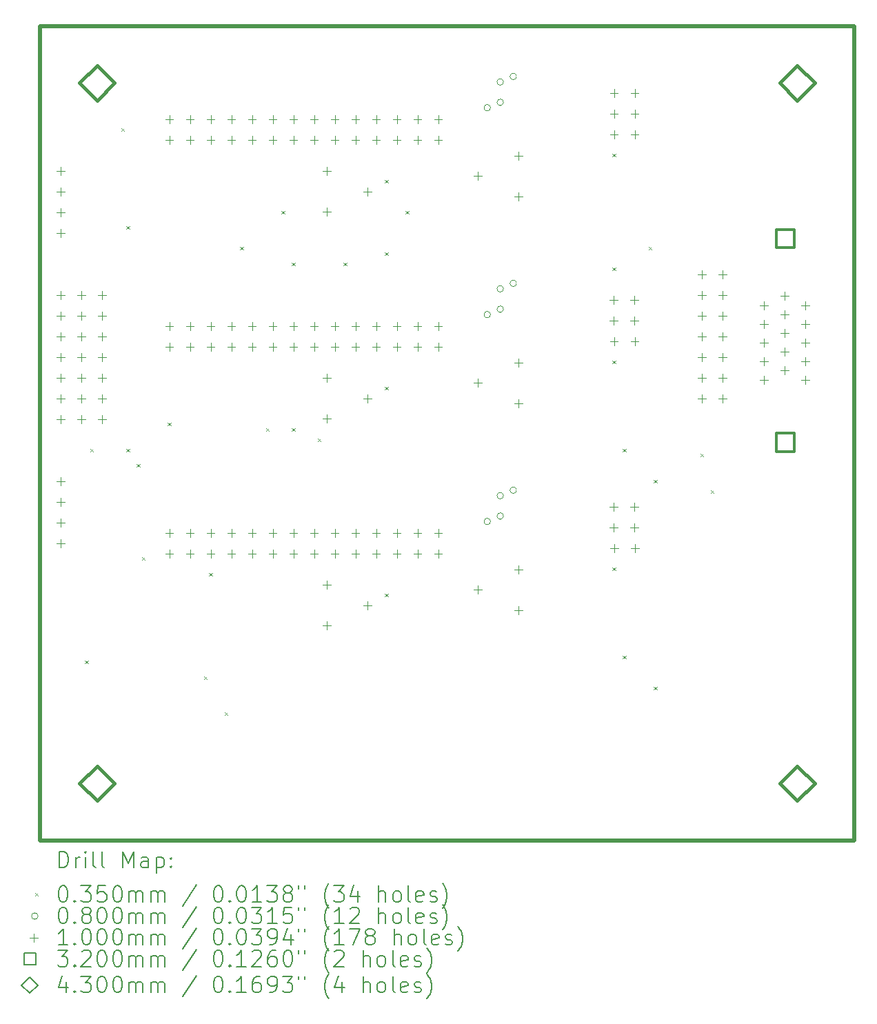
<source format=gbr>
%TF.GenerationSoftware,KiCad,Pcbnew,8.0.3*%
%TF.CreationDate,2025-01-02T16:49:17+10:30*%
%TF.ProjectId,tt06-vga-opamp,74743036-2d76-4676-912d-6f70616d702e,rev?*%
%TF.SameCoordinates,Original*%
%TF.FileFunction,Drillmap*%
%TF.FilePolarity,Positive*%
%FSLAX45Y45*%
G04 Gerber Fmt 4.5, Leading zero omitted, Abs format (unit mm)*
G04 Created by KiCad (PCBNEW 8.0.3) date 2025-01-02 16:49:17*
%MOMM*%
%LPD*%
G01*
G04 APERTURE LIST*
%ADD10C,0.500000*%
%ADD11C,0.200000*%
%ADD12C,0.100000*%
%ADD13C,0.320000*%
%ADD14C,0.430000*%
G04 APERTURE END LIST*
D10*
X7366000Y-5207000D02*
X17366000Y-5207000D01*
X17366000Y-15207000D01*
X7366000Y-15207000D01*
X7366000Y-5207000D01*
D11*
D12*
X7920000Y-13000000D02*
X7955000Y-13035000D01*
X7955000Y-13000000D02*
X7920000Y-13035000D01*
X7983500Y-10396500D02*
X8018500Y-10431500D01*
X8018500Y-10396500D02*
X7983500Y-10431500D01*
X8364500Y-6459500D02*
X8399500Y-6494500D01*
X8399500Y-6459500D02*
X8364500Y-6494500D01*
X8428000Y-7666000D02*
X8463000Y-7701000D01*
X8463000Y-7666000D02*
X8428000Y-7701000D01*
X8428000Y-10396500D02*
X8463000Y-10431500D01*
X8463000Y-10396500D02*
X8428000Y-10431500D01*
X8555000Y-10587000D02*
X8590000Y-10622000D01*
X8590000Y-10587000D02*
X8555000Y-10622000D01*
X8618500Y-11730000D02*
X8653500Y-11765000D01*
X8653500Y-11730000D02*
X8618500Y-11765000D01*
X8936000Y-10079000D02*
X8971000Y-10114000D01*
X8971000Y-10079000D02*
X8936000Y-10114000D01*
X9380500Y-13190500D02*
X9415500Y-13225500D01*
X9415500Y-13190500D02*
X9380500Y-13225500D01*
X9444000Y-11920500D02*
X9479000Y-11955500D01*
X9479000Y-11920500D02*
X9444000Y-11955500D01*
X9634500Y-13635000D02*
X9669500Y-13670000D01*
X9669500Y-13635000D02*
X9634500Y-13670000D01*
X9825000Y-7920000D02*
X9860000Y-7955000D01*
X9860000Y-7920000D02*
X9825000Y-7955000D01*
X10142500Y-10142500D02*
X10177500Y-10177500D01*
X10177500Y-10142500D02*
X10142500Y-10177500D01*
X10333000Y-7475500D02*
X10368000Y-7510500D01*
X10368000Y-7475500D02*
X10333000Y-7510500D01*
X10460000Y-8110500D02*
X10495000Y-8145500D01*
X10495000Y-8110500D02*
X10460000Y-8145500D01*
X10460000Y-10142500D02*
X10495000Y-10177500D01*
X10495000Y-10142500D02*
X10460000Y-10177500D01*
X10777500Y-10269500D02*
X10812500Y-10304500D01*
X10812500Y-10269500D02*
X10777500Y-10304500D01*
X11095000Y-8110500D02*
X11130000Y-8145500D01*
X11130000Y-8110500D02*
X11095000Y-8145500D01*
X11603000Y-7094500D02*
X11638000Y-7129500D01*
X11638000Y-7094500D02*
X11603000Y-7129500D01*
X11603000Y-7983500D02*
X11638000Y-8018500D01*
X11638000Y-7983500D02*
X11603000Y-8018500D01*
X11603000Y-9634500D02*
X11638000Y-9669500D01*
X11638000Y-9634500D02*
X11603000Y-9669500D01*
X11603000Y-12174500D02*
X11638000Y-12209500D01*
X11638000Y-12174500D02*
X11603000Y-12209500D01*
X11857000Y-7475500D02*
X11892000Y-7510500D01*
X11892000Y-7475500D02*
X11857000Y-7510500D01*
X14397000Y-6777000D02*
X14432000Y-6812000D01*
X14432000Y-6777000D02*
X14397000Y-6812000D01*
X14397000Y-8174000D02*
X14432000Y-8209000D01*
X14432000Y-8174000D02*
X14397000Y-8209000D01*
X14397000Y-9317000D02*
X14432000Y-9352000D01*
X14432000Y-9317000D02*
X14397000Y-9352000D01*
X14397000Y-11857000D02*
X14432000Y-11892000D01*
X14432000Y-11857000D02*
X14397000Y-11892000D01*
X14524000Y-10396500D02*
X14559000Y-10431500D01*
X14559000Y-10396500D02*
X14524000Y-10431500D01*
X14524000Y-12936500D02*
X14559000Y-12971500D01*
X14559000Y-12936500D02*
X14524000Y-12971500D01*
X14841500Y-7920000D02*
X14876500Y-7955000D01*
X14876500Y-7920000D02*
X14841500Y-7955000D01*
X14905000Y-10777500D02*
X14940000Y-10812500D01*
X14940000Y-10777500D02*
X14905000Y-10812500D01*
X14905000Y-13317500D02*
X14940000Y-13352500D01*
X14940000Y-13317500D02*
X14905000Y-13352500D01*
X15476500Y-10460000D02*
X15511500Y-10495000D01*
X15511500Y-10460000D02*
X15476500Y-10495000D01*
X15603500Y-10904500D02*
X15638500Y-10939500D01*
X15638500Y-10904500D02*
X15603500Y-10939500D01*
X12897500Y-6211361D02*
G75*
G02*
X12817500Y-6211361I-40000J0D01*
G01*
X12817500Y-6211361D02*
G75*
G02*
X12897500Y-6211361I40000J0D01*
G01*
X12897500Y-8751361D02*
G75*
G02*
X12817500Y-8751361I-40000J0D01*
G01*
X12817500Y-8751361D02*
G75*
G02*
X12897500Y-8751361I40000J0D01*
G01*
X12897500Y-11291361D02*
G75*
G02*
X12817500Y-11291361I-40000J0D01*
G01*
X12817500Y-11291361D02*
G75*
G02*
X12897500Y-11291361I40000J0D01*
G01*
X13057500Y-5894268D02*
G75*
G02*
X12977500Y-5894268I-40000J0D01*
G01*
X12977500Y-5894268D02*
G75*
G02*
X13057500Y-5894268I40000J0D01*
G01*
X13057500Y-6144268D02*
G75*
G02*
X12977500Y-6144268I-40000J0D01*
G01*
X12977500Y-6144268D02*
G75*
G02*
X13057500Y-6144268I40000J0D01*
G01*
X13057500Y-8434268D02*
G75*
G02*
X12977500Y-8434268I-40000J0D01*
G01*
X12977500Y-8434268D02*
G75*
G02*
X13057500Y-8434268I40000J0D01*
G01*
X13057500Y-8684268D02*
G75*
G02*
X12977500Y-8684268I-40000J0D01*
G01*
X12977500Y-8684268D02*
G75*
G02*
X13057500Y-8684268I40000J0D01*
G01*
X13057500Y-10974268D02*
G75*
G02*
X12977500Y-10974268I-40000J0D01*
G01*
X12977500Y-10974268D02*
G75*
G02*
X13057500Y-10974268I40000J0D01*
G01*
X13057500Y-11224268D02*
G75*
G02*
X12977500Y-11224268I-40000J0D01*
G01*
X12977500Y-11224268D02*
G75*
G02*
X13057500Y-11224268I40000J0D01*
G01*
X13217500Y-5827174D02*
G75*
G02*
X13137500Y-5827174I-40000J0D01*
G01*
X13137500Y-5827174D02*
G75*
G02*
X13217500Y-5827174I40000J0D01*
G01*
X13217500Y-8367174D02*
G75*
G02*
X13137500Y-8367174I-40000J0D01*
G01*
X13137500Y-8367174D02*
G75*
G02*
X13217500Y-8367174I40000J0D01*
G01*
X13217500Y-10907174D02*
G75*
G02*
X13137500Y-10907174I-40000J0D01*
G01*
X13137500Y-10907174D02*
G75*
G02*
X13217500Y-10907174I40000J0D01*
G01*
X7620000Y-6935000D02*
X7620000Y-7035000D01*
X7570000Y-6985000D02*
X7670000Y-6985000D01*
X7620000Y-7189000D02*
X7620000Y-7289000D01*
X7570000Y-7239000D02*
X7670000Y-7239000D01*
X7620000Y-7443000D02*
X7620000Y-7543000D01*
X7570000Y-7493000D02*
X7670000Y-7493000D01*
X7620000Y-7697000D02*
X7620000Y-7797000D01*
X7570000Y-7747000D02*
X7670000Y-7747000D01*
X7620000Y-8459000D02*
X7620000Y-8559000D01*
X7570000Y-8509000D02*
X7670000Y-8509000D01*
X7620000Y-8713000D02*
X7620000Y-8813000D01*
X7570000Y-8763000D02*
X7670000Y-8763000D01*
X7620000Y-8967000D02*
X7620000Y-9067000D01*
X7570000Y-9017000D02*
X7670000Y-9017000D01*
X7620000Y-9221000D02*
X7620000Y-9321000D01*
X7570000Y-9271000D02*
X7670000Y-9271000D01*
X7620000Y-9475000D02*
X7620000Y-9575000D01*
X7570000Y-9525000D02*
X7670000Y-9525000D01*
X7620000Y-9729000D02*
X7620000Y-9829000D01*
X7570000Y-9779000D02*
X7670000Y-9779000D01*
X7620000Y-9983000D02*
X7620000Y-10083000D01*
X7570000Y-10033000D02*
X7670000Y-10033000D01*
X7620000Y-10745000D02*
X7620000Y-10845000D01*
X7570000Y-10795000D02*
X7670000Y-10795000D01*
X7620000Y-10999000D02*
X7620000Y-11099000D01*
X7570000Y-11049000D02*
X7670000Y-11049000D01*
X7620000Y-11253000D02*
X7620000Y-11353000D01*
X7570000Y-11303000D02*
X7670000Y-11303000D01*
X7620000Y-11507000D02*
X7620000Y-11607000D01*
X7570000Y-11557000D02*
X7670000Y-11557000D01*
X7874000Y-8459000D02*
X7874000Y-8559000D01*
X7824000Y-8509000D02*
X7924000Y-8509000D01*
X7874000Y-8713000D02*
X7874000Y-8813000D01*
X7824000Y-8763000D02*
X7924000Y-8763000D01*
X7874000Y-8967000D02*
X7874000Y-9067000D01*
X7824000Y-9017000D02*
X7924000Y-9017000D01*
X7874000Y-9221000D02*
X7874000Y-9321000D01*
X7824000Y-9271000D02*
X7924000Y-9271000D01*
X7874000Y-9475000D02*
X7874000Y-9575000D01*
X7824000Y-9525000D02*
X7924000Y-9525000D01*
X7874000Y-9729000D02*
X7874000Y-9829000D01*
X7824000Y-9779000D02*
X7924000Y-9779000D01*
X7874000Y-9983000D02*
X7874000Y-10083000D01*
X7824000Y-10033000D02*
X7924000Y-10033000D01*
X8128000Y-8459000D02*
X8128000Y-8559000D01*
X8078000Y-8509000D02*
X8178000Y-8509000D01*
X8128000Y-8713000D02*
X8128000Y-8813000D01*
X8078000Y-8763000D02*
X8178000Y-8763000D01*
X8128000Y-8967000D02*
X8128000Y-9067000D01*
X8078000Y-9017000D02*
X8178000Y-9017000D01*
X8128000Y-9221000D02*
X8128000Y-9321000D01*
X8078000Y-9271000D02*
X8178000Y-9271000D01*
X8128000Y-9475000D02*
X8128000Y-9575000D01*
X8078000Y-9525000D02*
X8178000Y-9525000D01*
X8128000Y-9729000D02*
X8128000Y-9829000D01*
X8078000Y-9779000D02*
X8178000Y-9779000D01*
X8128000Y-9983000D02*
X8128000Y-10083000D01*
X8078000Y-10033000D02*
X8178000Y-10033000D01*
X8953500Y-6300000D02*
X8953500Y-6400000D01*
X8903500Y-6350000D02*
X9003500Y-6350000D01*
X8953500Y-6554000D02*
X8953500Y-6654000D01*
X8903500Y-6604000D02*
X9003500Y-6604000D01*
X8953500Y-8840000D02*
X8953500Y-8940000D01*
X8903500Y-8890000D02*
X9003500Y-8890000D01*
X8953500Y-9094000D02*
X8953500Y-9194000D01*
X8903500Y-9144000D02*
X9003500Y-9144000D01*
X8953500Y-11380000D02*
X8953500Y-11480000D01*
X8903500Y-11430000D02*
X9003500Y-11430000D01*
X8953500Y-11634000D02*
X8953500Y-11734000D01*
X8903500Y-11684000D02*
X9003500Y-11684000D01*
X9207500Y-6300000D02*
X9207500Y-6400000D01*
X9157500Y-6350000D02*
X9257500Y-6350000D01*
X9207500Y-6554000D02*
X9207500Y-6654000D01*
X9157500Y-6604000D02*
X9257500Y-6604000D01*
X9207500Y-8840000D02*
X9207500Y-8940000D01*
X9157500Y-8890000D02*
X9257500Y-8890000D01*
X9207500Y-9094000D02*
X9207500Y-9194000D01*
X9157500Y-9144000D02*
X9257500Y-9144000D01*
X9207500Y-11380000D02*
X9207500Y-11480000D01*
X9157500Y-11430000D02*
X9257500Y-11430000D01*
X9207500Y-11634000D02*
X9207500Y-11734000D01*
X9157500Y-11684000D02*
X9257500Y-11684000D01*
X9461500Y-6300000D02*
X9461500Y-6400000D01*
X9411500Y-6350000D02*
X9511500Y-6350000D01*
X9461500Y-6554000D02*
X9461500Y-6654000D01*
X9411500Y-6604000D02*
X9511500Y-6604000D01*
X9461500Y-8840000D02*
X9461500Y-8940000D01*
X9411500Y-8890000D02*
X9511500Y-8890000D01*
X9461500Y-9094000D02*
X9461500Y-9194000D01*
X9411500Y-9144000D02*
X9511500Y-9144000D01*
X9461500Y-11380000D02*
X9461500Y-11480000D01*
X9411500Y-11430000D02*
X9511500Y-11430000D01*
X9461500Y-11634000D02*
X9461500Y-11734000D01*
X9411500Y-11684000D02*
X9511500Y-11684000D01*
X9715500Y-6300000D02*
X9715500Y-6400000D01*
X9665500Y-6350000D02*
X9765500Y-6350000D01*
X9715500Y-6554000D02*
X9715500Y-6654000D01*
X9665500Y-6604000D02*
X9765500Y-6604000D01*
X9715500Y-8840000D02*
X9715500Y-8940000D01*
X9665500Y-8890000D02*
X9765500Y-8890000D01*
X9715500Y-9094000D02*
X9715500Y-9194000D01*
X9665500Y-9144000D02*
X9765500Y-9144000D01*
X9715500Y-11380000D02*
X9715500Y-11480000D01*
X9665500Y-11430000D02*
X9765500Y-11430000D01*
X9715500Y-11634000D02*
X9715500Y-11734000D01*
X9665500Y-11684000D02*
X9765500Y-11684000D01*
X9969500Y-6300000D02*
X9969500Y-6400000D01*
X9919500Y-6350000D02*
X10019500Y-6350000D01*
X9969500Y-6554000D02*
X9969500Y-6654000D01*
X9919500Y-6604000D02*
X10019500Y-6604000D01*
X9969500Y-8840000D02*
X9969500Y-8940000D01*
X9919500Y-8890000D02*
X10019500Y-8890000D01*
X9969500Y-9094000D02*
X9969500Y-9194000D01*
X9919500Y-9144000D02*
X10019500Y-9144000D01*
X9969500Y-11380000D02*
X9969500Y-11480000D01*
X9919500Y-11430000D02*
X10019500Y-11430000D01*
X9969500Y-11634000D02*
X9969500Y-11734000D01*
X9919500Y-11684000D02*
X10019500Y-11684000D01*
X10223500Y-6300000D02*
X10223500Y-6400000D01*
X10173500Y-6350000D02*
X10273500Y-6350000D01*
X10223500Y-6554000D02*
X10223500Y-6654000D01*
X10173500Y-6604000D02*
X10273500Y-6604000D01*
X10223500Y-8840000D02*
X10223500Y-8940000D01*
X10173500Y-8890000D02*
X10273500Y-8890000D01*
X10223500Y-9094000D02*
X10223500Y-9194000D01*
X10173500Y-9144000D02*
X10273500Y-9144000D01*
X10223500Y-11380000D02*
X10223500Y-11480000D01*
X10173500Y-11430000D02*
X10273500Y-11430000D01*
X10223500Y-11634000D02*
X10223500Y-11734000D01*
X10173500Y-11684000D02*
X10273500Y-11684000D01*
X10477500Y-6300000D02*
X10477500Y-6400000D01*
X10427500Y-6350000D02*
X10527500Y-6350000D01*
X10477500Y-6554000D02*
X10477500Y-6654000D01*
X10427500Y-6604000D02*
X10527500Y-6604000D01*
X10477500Y-8840000D02*
X10477500Y-8940000D01*
X10427500Y-8890000D02*
X10527500Y-8890000D01*
X10477500Y-9094000D02*
X10477500Y-9194000D01*
X10427500Y-9144000D02*
X10527500Y-9144000D01*
X10477500Y-11380000D02*
X10477500Y-11480000D01*
X10427500Y-11430000D02*
X10527500Y-11430000D01*
X10477500Y-11634000D02*
X10477500Y-11734000D01*
X10427500Y-11684000D02*
X10527500Y-11684000D01*
X10731500Y-6300000D02*
X10731500Y-6400000D01*
X10681500Y-6350000D02*
X10781500Y-6350000D01*
X10731500Y-6554000D02*
X10731500Y-6654000D01*
X10681500Y-6604000D02*
X10781500Y-6604000D01*
X10731500Y-8840000D02*
X10731500Y-8940000D01*
X10681500Y-8890000D02*
X10781500Y-8890000D01*
X10731500Y-9094000D02*
X10731500Y-9194000D01*
X10681500Y-9144000D02*
X10781500Y-9144000D01*
X10731500Y-11380000D02*
X10731500Y-11480000D01*
X10681500Y-11430000D02*
X10781500Y-11430000D01*
X10731500Y-11634000D02*
X10731500Y-11734000D01*
X10681500Y-11684000D02*
X10781500Y-11684000D01*
X10888500Y-6939000D02*
X10888500Y-7039000D01*
X10838500Y-6989000D02*
X10938500Y-6989000D01*
X10888500Y-7439000D02*
X10888500Y-7539000D01*
X10838500Y-7489000D02*
X10938500Y-7489000D01*
X10888500Y-9479000D02*
X10888500Y-9579000D01*
X10838500Y-9529000D02*
X10938500Y-9529000D01*
X10888500Y-9979000D02*
X10888500Y-10079000D01*
X10838500Y-10029000D02*
X10938500Y-10029000D01*
X10888500Y-12019000D02*
X10888500Y-12119000D01*
X10838500Y-12069000D02*
X10938500Y-12069000D01*
X10888500Y-12519000D02*
X10888500Y-12619000D01*
X10838500Y-12569000D02*
X10938500Y-12569000D01*
X10985500Y-6300000D02*
X10985500Y-6400000D01*
X10935500Y-6350000D02*
X11035500Y-6350000D01*
X10985500Y-6554000D02*
X10985500Y-6654000D01*
X10935500Y-6604000D02*
X11035500Y-6604000D01*
X10985500Y-8840000D02*
X10985500Y-8940000D01*
X10935500Y-8890000D02*
X11035500Y-8890000D01*
X10985500Y-9094000D02*
X10985500Y-9194000D01*
X10935500Y-9144000D02*
X11035500Y-9144000D01*
X10985500Y-11380000D02*
X10985500Y-11480000D01*
X10935500Y-11430000D02*
X11035500Y-11430000D01*
X10985500Y-11634000D02*
X10985500Y-11734000D01*
X10935500Y-11684000D02*
X11035500Y-11684000D01*
X11239500Y-6300000D02*
X11239500Y-6400000D01*
X11189500Y-6350000D02*
X11289500Y-6350000D01*
X11239500Y-6554000D02*
X11239500Y-6654000D01*
X11189500Y-6604000D02*
X11289500Y-6604000D01*
X11239500Y-8840000D02*
X11239500Y-8940000D01*
X11189500Y-8890000D02*
X11289500Y-8890000D01*
X11239500Y-9094000D02*
X11239500Y-9194000D01*
X11189500Y-9144000D02*
X11289500Y-9144000D01*
X11239500Y-11380000D02*
X11239500Y-11480000D01*
X11189500Y-11430000D02*
X11289500Y-11430000D01*
X11239500Y-11634000D02*
X11239500Y-11734000D01*
X11189500Y-11684000D02*
X11289500Y-11684000D01*
X11388500Y-7189000D02*
X11388500Y-7289000D01*
X11338500Y-7239000D02*
X11438500Y-7239000D01*
X11388500Y-9729000D02*
X11388500Y-9829000D01*
X11338500Y-9779000D02*
X11438500Y-9779000D01*
X11388500Y-12269000D02*
X11388500Y-12369000D01*
X11338500Y-12319000D02*
X11438500Y-12319000D01*
X11493500Y-6300000D02*
X11493500Y-6400000D01*
X11443500Y-6350000D02*
X11543500Y-6350000D01*
X11493500Y-6554000D02*
X11493500Y-6654000D01*
X11443500Y-6604000D02*
X11543500Y-6604000D01*
X11493500Y-8840000D02*
X11493500Y-8940000D01*
X11443500Y-8890000D02*
X11543500Y-8890000D01*
X11493500Y-9094000D02*
X11493500Y-9194000D01*
X11443500Y-9144000D02*
X11543500Y-9144000D01*
X11493500Y-11380000D02*
X11493500Y-11480000D01*
X11443500Y-11430000D02*
X11543500Y-11430000D01*
X11493500Y-11634000D02*
X11493500Y-11734000D01*
X11443500Y-11684000D02*
X11543500Y-11684000D01*
X11747500Y-6300000D02*
X11747500Y-6400000D01*
X11697500Y-6350000D02*
X11797500Y-6350000D01*
X11747500Y-6554000D02*
X11747500Y-6654000D01*
X11697500Y-6604000D02*
X11797500Y-6604000D01*
X11747500Y-8840000D02*
X11747500Y-8940000D01*
X11697500Y-8890000D02*
X11797500Y-8890000D01*
X11747500Y-9094000D02*
X11747500Y-9194000D01*
X11697500Y-9144000D02*
X11797500Y-9144000D01*
X11747500Y-11380000D02*
X11747500Y-11480000D01*
X11697500Y-11430000D02*
X11797500Y-11430000D01*
X11747500Y-11634000D02*
X11747500Y-11734000D01*
X11697500Y-11684000D02*
X11797500Y-11684000D01*
X12001500Y-6300000D02*
X12001500Y-6400000D01*
X11951500Y-6350000D02*
X12051500Y-6350000D01*
X12001500Y-6554000D02*
X12001500Y-6654000D01*
X11951500Y-6604000D02*
X12051500Y-6604000D01*
X12001500Y-8840000D02*
X12001500Y-8940000D01*
X11951500Y-8890000D02*
X12051500Y-8890000D01*
X12001500Y-9094000D02*
X12001500Y-9194000D01*
X11951500Y-9144000D02*
X12051500Y-9144000D01*
X12001500Y-11380000D02*
X12001500Y-11480000D01*
X11951500Y-11430000D02*
X12051500Y-11430000D01*
X12001500Y-11634000D02*
X12001500Y-11734000D01*
X11951500Y-11684000D02*
X12051500Y-11684000D01*
X12255500Y-6300000D02*
X12255500Y-6400000D01*
X12205500Y-6350000D02*
X12305500Y-6350000D01*
X12255500Y-6554000D02*
X12255500Y-6654000D01*
X12205500Y-6604000D02*
X12305500Y-6604000D01*
X12255500Y-8840000D02*
X12255500Y-8940000D01*
X12205500Y-8890000D02*
X12305500Y-8890000D01*
X12255500Y-9094000D02*
X12255500Y-9194000D01*
X12205500Y-9144000D02*
X12305500Y-9144000D01*
X12255500Y-11380000D02*
X12255500Y-11480000D01*
X12205500Y-11430000D02*
X12305500Y-11430000D01*
X12255500Y-11634000D02*
X12255500Y-11734000D01*
X12205500Y-11684000D02*
X12305500Y-11684000D01*
X12741500Y-6998500D02*
X12741500Y-7098500D01*
X12691500Y-7048500D02*
X12791500Y-7048500D01*
X12741500Y-9538500D02*
X12741500Y-9638500D01*
X12691500Y-9588500D02*
X12791500Y-9588500D01*
X12741500Y-12078500D02*
X12741500Y-12178500D01*
X12691500Y-12128500D02*
X12791500Y-12128500D01*
X13241500Y-6748500D02*
X13241500Y-6848500D01*
X13191500Y-6798500D02*
X13291500Y-6798500D01*
X13241500Y-7248500D02*
X13241500Y-7348500D01*
X13191500Y-7298500D02*
X13291500Y-7298500D01*
X13241500Y-9288500D02*
X13241500Y-9388500D01*
X13191500Y-9338500D02*
X13291500Y-9338500D01*
X13241500Y-9788500D02*
X13241500Y-9888500D01*
X13191500Y-9838500D02*
X13291500Y-9838500D01*
X13241500Y-11828500D02*
X13241500Y-11928500D01*
X13191500Y-11878500D02*
X13291500Y-11878500D01*
X13241500Y-12328500D02*
X13241500Y-12428500D01*
X13191500Y-12378500D02*
X13291500Y-12378500D01*
X14406500Y-8522500D02*
X14406500Y-8622500D01*
X14356500Y-8572500D02*
X14456500Y-8572500D01*
X14406500Y-11062500D02*
X14406500Y-11162500D01*
X14356500Y-11112500D02*
X14456500Y-11112500D01*
X14407000Y-8776500D02*
X14407000Y-8876500D01*
X14357000Y-8826500D02*
X14457000Y-8826500D01*
X14407000Y-11316500D02*
X14407000Y-11416500D01*
X14357000Y-11366500D02*
X14457000Y-11366500D01*
X14414500Y-5982500D02*
X14414500Y-6082500D01*
X14364500Y-6032500D02*
X14464500Y-6032500D01*
X14414500Y-6236500D02*
X14414500Y-6336500D01*
X14364500Y-6286500D02*
X14464500Y-6286500D01*
X14414500Y-6490500D02*
X14414500Y-6590500D01*
X14364500Y-6540500D02*
X14464500Y-6540500D01*
X14414500Y-9030500D02*
X14414500Y-9130500D01*
X14364500Y-9080500D02*
X14464500Y-9080500D01*
X14415000Y-11570500D02*
X14415000Y-11670500D01*
X14365000Y-11620500D02*
X14465000Y-11620500D01*
X14660500Y-8522500D02*
X14660500Y-8622500D01*
X14610500Y-8572500D02*
X14710500Y-8572500D01*
X14660500Y-11062500D02*
X14660500Y-11162500D01*
X14610500Y-11112500D02*
X14710500Y-11112500D01*
X14661000Y-8776500D02*
X14661000Y-8876500D01*
X14611000Y-8826500D02*
X14711000Y-8826500D01*
X14661000Y-11316500D02*
X14661000Y-11416500D01*
X14611000Y-11366500D02*
X14711000Y-11366500D01*
X14668500Y-5982500D02*
X14668500Y-6082500D01*
X14618500Y-6032500D02*
X14718500Y-6032500D01*
X14668500Y-6236500D02*
X14668500Y-6336500D01*
X14618500Y-6286500D02*
X14718500Y-6286500D01*
X14668500Y-6490500D02*
X14668500Y-6590500D01*
X14618500Y-6540500D02*
X14718500Y-6540500D01*
X14668500Y-9030500D02*
X14668500Y-9130500D01*
X14618500Y-9080500D02*
X14718500Y-9080500D01*
X14669000Y-11570500D02*
X14669000Y-11670500D01*
X14619000Y-11620500D02*
X14719000Y-11620500D01*
X15494000Y-8205000D02*
X15494000Y-8305000D01*
X15444000Y-8255000D02*
X15544000Y-8255000D01*
X15494000Y-8459000D02*
X15494000Y-8559000D01*
X15444000Y-8509000D02*
X15544000Y-8509000D01*
X15494000Y-8713000D02*
X15494000Y-8813000D01*
X15444000Y-8763000D02*
X15544000Y-8763000D01*
X15494000Y-8967000D02*
X15494000Y-9067000D01*
X15444000Y-9017000D02*
X15544000Y-9017000D01*
X15494000Y-9221000D02*
X15494000Y-9321000D01*
X15444000Y-9271000D02*
X15544000Y-9271000D01*
X15494000Y-9475000D02*
X15494000Y-9575000D01*
X15444000Y-9525000D02*
X15544000Y-9525000D01*
X15494000Y-9729000D02*
X15494000Y-9829000D01*
X15444000Y-9779000D02*
X15544000Y-9779000D01*
X15748000Y-8205000D02*
X15748000Y-8305000D01*
X15698000Y-8255000D02*
X15798000Y-8255000D01*
X15748000Y-8459000D02*
X15748000Y-8559000D01*
X15698000Y-8509000D02*
X15798000Y-8509000D01*
X15748000Y-8713000D02*
X15748000Y-8813000D01*
X15698000Y-8763000D02*
X15798000Y-8763000D01*
X15748000Y-8967000D02*
X15748000Y-9067000D01*
X15698000Y-9017000D02*
X15798000Y-9017000D01*
X15748000Y-9221000D02*
X15748000Y-9321000D01*
X15698000Y-9271000D02*
X15798000Y-9271000D01*
X15748000Y-9475000D02*
X15748000Y-9575000D01*
X15698000Y-9525000D02*
X15798000Y-9525000D01*
X15748000Y-9729000D02*
X15748000Y-9829000D01*
X15698000Y-9779000D02*
X15798000Y-9779000D01*
X16256000Y-8586000D02*
X16256000Y-8686000D01*
X16206000Y-8636000D02*
X16306000Y-8636000D01*
X16256000Y-8815000D02*
X16256000Y-8915000D01*
X16206000Y-8865000D02*
X16306000Y-8865000D01*
X16256000Y-9044000D02*
X16256000Y-9144000D01*
X16206000Y-9094000D02*
X16306000Y-9094000D01*
X16256000Y-9273000D02*
X16256000Y-9373000D01*
X16206000Y-9323000D02*
X16306000Y-9323000D01*
X16256000Y-9502000D02*
X16256000Y-9602000D01*
X16206000Y-9552000D02*
X16306000Y-9552000D01*
X16510000Y-8471500D02*
X16510000Y-8571500D01*
X16460000Y-8521500D02*
X16560000Y-8521500D01*
X16510000Y-8700500D02*
X16510000Y-8800500D01*
X16460000Y-8750500D02*
X16560000Y-8750500D01*
X16510000Y-8929500D02*
X16510000Y-9029500D01*
X16460000Y-8979500D02*
X16560000Y-8979500D01*
X16510000Y-9158500D02*
X16510000Y-9258500D01*
X16460000Y-9208500D02*
X16560000Y-9208500D01*
X16510000Y-9387500D02*
X16510000Y-9487500D01*
X16460000Y-9437500D02*
X16560000Y-9437500D01*
X16764000Y-8586000D02*
X16764000Y-8686000D01*
X16714000Y-8636000D02*
X16814000Y-8636000D01*
X16764000Y-8815000D02*
X16764000Y-8915000D01*
X16714000Y-8865000D02*
X16814000Y-8865000D01*
X16764000Y-9044000D02*
X16764000Y-9144000D01*
X16714000Y-9094000D02*
X16814000Y-9094000D01*
X16764000Y-9273000D02*
X16764000Y-9373000D01*
X16714000Y-9323000D02*
X16814000Y-9323000D01*
X16764000Y-9502000D02*
X16764000Y-9602000D01*
X16714000Y-9552000D02*
X16814000Y-9552000D01*
D13*
X16630138Y-7930638D02*
X16630138Y-7704362D01*
X16403862Y-7704362D01*
X16403862Y-7930638D01*
X16630138Y-7930638D01*
X16630138Y-10430638D02*
X16630138Y-10204362D01*
X16403862Y-10204362D01*
X16403862Y-10430638D01*
X16630138Y-10430638D01*
D14*
X8066000Y-6122000D02*
X8281000Y-5907000D01*
X8066000Y-5692000D01*
X7851000Y-5907000D01*
X8066000Y-6122000D01*
X8066000Y-14722000D02*
X8281000Y-14507000D01*
X8066000Y-14292000D01*
X7851000Y-14507000D01*
X8066000Y-14722000D01*
X16666000Y-6122000D02*
X16881000Y-5907000D01*
X16666000Y-5692000D01*
X16451000Y-5907000D01*
X16666000Y-6122000D01*
X16666000Y-14722000D02*
X16881000Y-14507000D01*
X16666000Y-14292000D01*
X16451000Y-14507000D01*
X16666000Y-14722000D01*
D11*
X7601777Y-15543484D02*
X7601777Y-15343484D01*
X7601777Y-15343484D02*
X7649396Y-15343484D01*
X7649396Y-15343484D02*
X7677967Y-15353008D01*
X7677967Y-15353008D02*
X7697015Y-15372055D01*
X7697015Y-15372055D02*
X7706539Y-15391103D01*
X7706539Y-15391103D02*
X7716062Y-15429198D01*
X7716062Y-15429198D02*
X7716062Y-15457769D01*
X7716062Y-15457769D02*
X7706539Y-15495865D01*
X7706539Y-15495865D02*
X7697015Y-15514912D01*
X7697015Y-15514912D02*
X7677967Y-15533960D01*
X7677967Y-15533960D02*
X7649396Y-15543484D01*
X7649396Y-15543484D02*
X7601777Y-15543484D01*
X7801777Y-15543484D02*
X7801777Y-15410150D01*
X7801777Y-15448246D02*
X7811301Y-15429198D01*
X7811301Y-15429198D02*
X7820824Y-15419674D01*
X7820824Y-15419674D02*
X7839872Y-15410150D01*
X7839872Y-15410150D02*
X7858920Y-15410150D01*
X7925586Y-15543484D02*
X7925586Y-15410150D01*
X7925586Y-15343484D02*
X7916062Y-15353008D01*
X7916062Y-15353008D02*
X7925586Y-15362531D01*
X7925586Y-15362531D02*
X7935110Y-15353008D01*
X7935110Y-15353008D02*
X7925586Y-15343484D01*
X7925586Y-15343484D02*
X7925586Y-15362531D01*
X8049396Y-15543484D02*
X8030348Y-15533960D01*
X8030348Y-15533960D02*
X8020824Y-15514912D01*
X8020824Y-15514912D02*
X8020824Y-15343484D01*
X8154158Y-15543484D02*
X8135110Y-15533960D01*
X8135110Y-15533960D02*
X8125586Y-15514912D01*
X8125586Y-15514912D02*
X8125586Y-15343484D01*
X8382729Y-15543484D02*
X8382729Y-15343484D01*
X8382729Y-15343484D02*
X8449396Y-15486341D01*
X8449396Y-15486341D02*
X8516063Y-15343484D01*
X8516063Y-15343484D02*
X8516063Y-15543484D01*
X8697015Y-15543484D02*
X8697015Y-15438722D01*
X8697015Y-15438722D02*
X8687491Y-15419674D01*
X8687491Y-15419674D02*
X8668444Y-15410150D01*
X8668444Y-15410150D02*
X8630348Y-15410150D01*
X8630348Y-15410150D02*
X8611301Y-15419674D01*
X8697015Y-15533960D02*
X8677967Y-15543484D01*
X8677967Y-15543484D02*
X8630348Y-15543484D01*
X8630348Y-15543484D02*
X8611301Y-15533960D01*
X8611301Y-15533960D02*
X8601777Y-15514912D01*
X8601777Y-15514912D02*
X8601777Y-15495865D01*
X8601777Y-15495865D02*
X8611301Y-15476817D01*
X8611301Y-15476817D02*
X8630348Y-15467293D01*
X8630348Y-15467293D02*
X8677967Y-15467293D01*
X8677967Y-15467293D02*
X8697015Y-15457769D01*
X8792253Y-15410150D02*
X8792253Y-15610150D01*
X8792253Y-15419674D02*
X8811301Y-15410150D01*
X8811301Y-15410150D02*
X8849396Y-15410150D01*
X8849396Y-15410150D02*
X8868444Y-15419674D01*
X8868444Y-15419674D02*
X8877967Y-15429198D01*
X8877967Y-15429198D02*
X8887491Y-15448246D01*
X8887491Y-15448246D02*
X8887491Y-15505388D01*
X8887491Y-15505388D02*
X8877967Y-15524436D01*
X8877967Y-15524436D02*
X8868444Y-15533960D01*
X8868444Y-15533960D02*
X8849396Y-15543484D01*
X8849396Y-15543484D02*
X8811301Y-15543484D01*
X8811301Y-15543484D02*
X8792253Y-15533960D01*
X8973205Y-15524436D02*
X8982729Y-15533960D01*
X8982729Y-15533960D02*
X8973205Y-15543484D01*
X8973205Y-15543484D02*
X8963682Y-15533960D01*
X8963682Y-15533960D02*
X8973205Y-15524436D01*
X8973205Y-15524436D02*
X8973205Y-15543484D01*
X8973205Y-15419674D02*
X8982729Y-15429198D01*
X8982729Y-15429198D02*
X8973205Y-15438722D01*
X8973205Y-15438722D02*
X8963682Y-15429198D01*
X8963682Y-15429198D02*
X8973205Y-15419674D01*
X8973205Y-15419674D02*
X8973205Y-15438722D01*
D12*
X7306000Y-15854500D02*
X7341000Y-15889500D01*
X7341000Y-15854500D02*
X7306000Y-15889500D01*
D11*
X7639872Y-15763484D02*
X7658920Y-15763484D01*
X7658920Y-15763484D02*
X7677967Y-15773008D01*
X7677967Y-15773008D02*
X7687491Y-15782531D01*
X7687491Y-15782531D02*
X7697015Y-15801579D01*
X7697015Y-15801579D02*
X7706539Y-15839674D01*
X7706539Y-15839674D02*
X7706539Y-15887293D01*
X7706539Y-15887293D02*
X7697015Y-15925388D01*
X7697015Y-15925388D02*
X7687491Y-15944436D01*
X7687491Y-15944436D02*
X7677967Y-15953960D01*
X7677967Y-15953960D02*
X7658920Y-15963484D01*
X7658920Y-15963484D02*
X7639872Y-15963484D01*
X7639872Y-15963484D02*
X7620824Y-15953960D01*
X7620824Y-15953960D02*
X7611301Y-15944436D01*
X7611301Y-15944436D02*
X7601777Y-15925388D01*
X7601777Y-15925388D02*
X7592253Y-15887293D01*
X7592253Y-15887293D02*
X7592253Y-15839674D01*
X7592253Y-15839674D02*
X7601777Y-15801579D01*
X7601777Y-15801579D02*
X7611301Y-15782531D01*
X7611301Y-15782531D02*
X7620824Y-15773008D01*
X7620824Y-15773008D02*
X7639872Y-15763484D01*
X7792253Y-15944436D02*
X7801777Y-15953960D01*
X7801777Y-15953960D02*
X7792253Y-15963484D01*
X7792253Y-15963484D02*
X7782729Y-15953960D01*
X7782729Y-15953960D02*
X7792253Y-15944436D01*
X7792253Y-15944436D02*
X7792253Y-15963484D01*
X7868443Y-15763484D02*
X7992253Y-15763484D01*
X7992253Y-15763484D02*
X7925586Y-15839674D01*
X7925586Y-15839674D02*
X7954158Y-15839674D01*
X7954158Y-15839674D02*
X7973205Y-15849198D01*
X7973205Y-15849198D02*
X7982729Y-15858722D01*
X7982729Y-15858722D02*
X7992253Y-15877769D01*
X7992253Y-15877769D02*
X7992253Y-15925388D01*
X7992253Y-15925388D02*
X7982729Y-15944436D01*
X7982729Y-15944436D02*
X7973205Y-15953960D01*
X7973205Y-15953960D02*
X7954158Y-15963484D01*
X7954158Y-15963484D02*
X7897015Y-15963484D01*
X7897015Y-15963484D02*
X7877967Y-15953960D01*
X7877967Y-15953960D02*
X7868443Y-15944436D01*
X8173205Y-15763484D02*
X8077967Y-15763484D01*
X8077967Y-15763484D02*
X8068443Y-15858722D01*
X8068443Y-15858722D02*
X8077967Y-15849198D01*
X8077967Y-15849198D02*
X8097015Y-15839674D01*
X8097015Y-15839674D02*
X8144634Y-15839674D01*
X8144634Y-15839674D02*
X8163682Y-15849198D01*
X8163682Y-15849198D02*
X8173205Y-15858722D01*
X8173205Y-15858722D02*
X8182729Y-15877769D01*
X8182729Y-15877769D02*
X8182729Y-15925388D01*
X8182729Y-15925388D02*
X8173205Y-15944436D01*
X8173205Y-15944436D02*
X8163682Y-15953960D01*
X8163682Y-15953960D02*
X8144634Y-15963484D01*
X8144634Y-15963484D02*
X8097015Y-15963484D01*
X8097015Y-15963484D02*
X8077967Y-15953960D01*
X8077967Y-15953960D02*
X8068443Y-15944436D01*
X8306539Y-15763484D02*
X8325586Y-15763484D01*
X8325586Y-15763484D02*
X8344634Y-15773008D01*
X8344634Y-15773008D02*
X8354158Y-15782531D01*
X8354158Y-15782531D02*
X8363682Y-15801579D01*
X8363682Y-15801579D02*
X8373205Y-15839674D01*
X8373205Y-15839674D02*
X8373205Y-15887293D01*
X8373205Y-15887293D02*
X8363682Y-15925388D01*
X8363682Y-15925388D02*
X8354158Y-15944436D01*
X8354158Y-15944436D02*
X8344634Y-15953960D01*
X8344634Y-15953960D02*
X8325586Y-15963484D01*
X8325586Y-15963484D02*
X8306539Y-15963484D01*
X8306539Y-15963484D02*
X8287491Y-15953960D01*
X8287491Y-15953960D02*
X8277967Y-15944436D01*
X8277967Y-15944436D02*
X8268443Y-15925388D01*
X8268443Y-15925388D02*
X8258920Y-15887293D01*
X8258920Y-15887293D02*
X8258920Y-15839674D01*
X8258920Y-15839674D02*
X8268443Y-15801579D01*
X8268443Y-15801579D02*
X8277967Y-15782531D01*
X8277967Y-15782531D02*
X8287491Y-15773008D01*
X8287491Y-15773008D02*
X8306539Y-15763484D01*
X8458920Y-15963484D02*
X8458920Y-15830150D01*
X8458920Y-15849198D02*
X8468444Y-15839674D01*
X8468444Y-15839674D02*
X8487491Y-15830150D01*
X8487491Y-15830150D02*
X8516063Y-15830150D01*
X8516063Y-15830150D02*
X8535110Y-15839674D01*
X8535110Y-15839674D02*
X8544634Y-15858722D01*
X8544634Y-15858722D02*
X8544634Y-15963484D01*
X8544634Y-15858722D02*
X8554158Y-15839674D01*
X8554158Y-15839674D02*
X8573205Y-15830150D01*
X8573205Y-15830150D02*
X8601777Y-15830150D01*
X8601777Y-15830150D02*
X8620825Y-15839674D01*
X8620825Y-15839674D02*
X8630348Y-15858722D01*
X8630348Y-15858722D02*
X8630348Y-15963484D01*
X8725586Y-15963484D02*
X8725586Y-15830150D01*
X8725586Y-15849198D02*
X8735110Y-15839674D01*
X8735110Y-15839674D02*
X8754158Y-15830150D01*
X8754158Y-15830150D02*
X8782729Y-15830150D01*
X8782729Y-15830150D02*
X8801777Y-15839674D01*
X8801777Y-15839674D02*
X8811301Y-15858722D01*
X8811301Y-15858722D02*
X8811301Y-15963484D01*
X8811301Y-15858722D02*
X8820825Y-15839674D01*
X8820825Y-15839674D02*
X8839872Y-15830150D01*
X8839872Y-15830150D02*
X8868444Y-15830150D01*
X8868444Y-15830150D02*
X8887491Y-15839674D01*
X8887491Y-15839674D02*
X8897015Y-15858722D01*
X8897015Y-15858722D02*
X8897015Y-15963484D01*
X9287491Y-15753960D02*
X9116063Y-16011103D01*
X9544634Y-15763484D02*
X9563682Y-15763484D01*
X9563682Y-15763484D02*
X9582729Y-15773008D01*
X9582729Y-15773008D02*
X9592253Y-15782531D01*
X9592253Y-15782531D02*
X9601777Y-15801579D01*
X9601777Y-15801579D02*
X9611301Y-15839674D01*
X9611301Y-15839674D02*
X9611301Y-15887293D01*
X9611301Y-15887293D02*
X9601777Y-15925388D01*
X9601777Y-15925388D02*
X9592253Y-15944436D01*
X9592253Y-15944436D02*
X9582729Y-15953960D01*
X9582729Y-15953960D02*
X9563682Y-15963484D01*
X9563682Y-15963484D02*
X9544634Y-15963484D01*
X9544634Y-15963484D02*
X9525587Y-15953960D01*
X9525587Y-15953960D02*
X9516063Y-15944436D01*
X9516063Y-15944436D02*
X9506539Y-15925388D01*
X9506539Y-15925388D02*
X9497015Y-15887293D01*
X9497015Y-15887293D02*
X9497015Y-15839674D01*
X9497015Y-15839674D02*
X9506539Y-15801579D01*
X9506539Y-15801579D02*
X9516063Y-15782531D01*
X9516063Y-15782531D02*
X9525587Y-15773008D01*
X9525587Y-15773008D02*
X9544634Y-15763484D01*
X9697015Y-15944436D02*
X9706539Y-15953960D01*
X9706539Y-15953960D02*
X9697015Y-15963484D01*
X9697015Y-15963484D02*
X9687491Y-15953960D01*
X9687491Y-15953960D02*
X9697015Y-15944436D01*
X9697015Y-15944436D02*
X9697015Y-15963484D01*
X9830348Y-15763484D02*
X9849396Y-15763484D01*
X9849396Y-15763484D02*
X9868444Y-15773008D01*
X9868444Y-15773008D02*
X9877968Y-15782531D01*
X9877968Y-15782531D02*
X9887491Y-15801579D01*
X9887491Y-15801579D02*
X9897015Y-15839674D01*
X9897015Y-15839674D02*
X9897015Y-15887293D01*
X9897015Y-15887293D02*
X9887491Y-15925388D01*
X9887491Y-15925388D02*
X9877968Y-15944436D01*
X9877968Y-15944436D02*
X9868444Y-15953960D01*
X9868444Y-15953960D02*
X9849396Y-15963484D01*
X9849396Y-15963484D02*
X9830348Y-15963484D01*
X9830348Y-15963484D02*
X9811301Y-15953960D01*
X9811301Y-15953960D02*
X9801777Y-15944436D01*
X9801777Y-15944436D02*
X9792253Y-15925388D01*
X9792253Y-15925388D02*
X9782729Y-15887293D01*
X9782729Y-15887293D02*
X9782729Y-15839674D01*
X9782729Y-15839674D02*
X9792253Y-15801579D01*
X9792253Y-15801579D02*
X9801777Y-15782531D01*
X9801777Y-15782531D02*
X9811301Y-15773008D01*
X9811301Y-15773008D02*
X9830348Y-15763484D01*
X10087491Y-15963484D02*
X9973206Y-15963484D01*
X10030348Y-15963484D02*
X10030348Y-15763484D01*
X10030348Y-15763484D02*
X10011301Y-15792055D01*
X10011301Y-15792055D02*
X9992253Y-15811103D01*
X9992253Y-15811103D02*
X9973206Y-15820627D01*
X10154158Y-15763484D02*
X10277968Y-15763484D01*
X10277968Y-15763484D02*
X10211301Y-15839674D01*
X10211301Y-15839674D02*
X10239872Y-15839674D01*
X10239872Y-15839674D02*
X10258920Y-15849198D01*
X10258920Y-15849198D02*
X10268444Y-15858722D01*
X10268444Y-15858722D02*
X10277968Y-15877769D01*
X10277968Y-15877769D02*
X10277968Y-15925388D01*
X10277968Y-15925388D02*
X10268444Y-15944436D01*
X10268444Y-15944436D02*
X10258920Y-15953960D01*
X10258920Y-15953960D02*
X10239872Y-15963484D01*
X10239872Y-15963484D02*
X10182729Y-15963484D01*
X10182729Y-15963484D02*
X10163682Y-15953960D01*
X10163682Y-15953960D02*
X10154158Y-15944436D01*
X10392253Y-15849198D02*
X10373206Y-15839674D01*
X10373206Y-15839674D02*
X10363682Y-15830150D01*
X10363682Y-15830150D02*
X10354158Y-15811103D01*
X10354158Y-15811103D02*
X10354158Y-15801579D01*
X10354158Y-15801579D02*
X10363682Y-15782531D01*
X10363682Y-15782531D02*
X10373206Y-15773008D01*
X10373206Y-15773008D02*
X10392253Y-15763484D01*
X10392253Y-15763484D02*
X10430349Y-15763484D01*
X10430349Y-15763484D02*
X10449396Y-15773008D01*
X10449396Y-15773008D02*
X10458920Y-15782531D01*
X10458920Y-15782531D02*
X10468444Y-15801579D01*
X10468444Y-15801579D02*
X10468444Y-15811103D01*
X10468444Y-15811103D02*
X10458920Y-15830150D01*
X10458920Y-15830150D02*
X10449396Y-15839674D01*
X10449396Y-15839674D02*
X10430349Y-15849198D01*
X10430349Y-15849198D02*
X10392253Y-15849198D01*
X10392253Y-15849198D02*
X10373206Y-15858722D01*
X10373206Y-15858722D02*
X10363682Y-15868246D01*
X10363682Y-15868246D02*
X10354158Y-15887293D01*
X10354158Y-15887293D02*
X10354158Y-15925388D01*
X10354158Y-15925388D02*
X10363682Y-15944436D01*
X10363682Y-15944436D02*
X10373206Y-15953960D01*
X10373206Y-15953960D02*
X10392253Y-15963484D01*
X10392253Y-15963484D02*
X10430349Y-15963484D01*
X10430349Y-15963484D02*
X10449396Y-15953960D01*
X10449396Y-15953960D02*
X10458920Y-15944436D01*
X10458920Y-15944436D02*
X10468444Y-15925388D01*
X10468444Y-15925388D02*
X10468444Y-15887293D01*
X10468444Y-15887293D02*
X10458920Y-15868246D01*
X10458920Y-15868246D02*
X10449396Y-15858722D01*
X10449396Y-15858722D02*
X10430349Y-15849198D01*
X10544634Y-15763484D02*
X10544634Y-15801579D01*
X10620825Y-15763484D02*
X10620825Y-15801579D01*
X10916063Y-16039674D02*
X10906539Y-16030150D01*
X10906539Y-16030150D02*
X10887491Y-16001579D01*
X10887491Y-16001579D02*
X10877968Y-15982531D01*
X10877968Y-15982531D02*
X10868444Y-15953960D01*
X10868444Y-15953960D02*
X10858920Y-15906341D01*
X10858920Y-15906341D02*
X10858920Y-15868246D01*
X10858920Y-15868246D02*
X10868444Y-15820627D01*
X10868444Y-15820627D02*
X10877968Y-15792055D01*
X10877968Y-15792055D02*
X10887491Y-15773008D01*
X10887491Y-15773008D02*
X10906539Y-15744436D01*
X10906539Y-15744436D02*
X10916063Y-15734912D01*
X10973206Y-15763484D02*
X11097015Y-15763484D01*
X11097015Y-15763484D02*
X11030349Y-15839674D01*
X11030349Y-15839674D02*
X11058920Y-15839674D01*
X11058920Y-15839674D02*
X11077968Y-15849198D01*
X11077968Y-15849198D02*
X11087491Y-15858722D01*
X11087491Y-15858722D02*
X11097015Y-15877769D01*
X11097015Y-15877769D02*
X11097015Y-15925388D01*
X11097015Y-15925388D02*
X11087491Y-15944436D01*
X11087491Y-15944436D02*
X11077968Y-15953960D01*
X11077968Y-15953960D02*
X11058920Y-15963484D01*
X11058920Y-15963484D02*
X11001777Y-15963484D01*
X11001777Y-15963484D02*
X10982730Y-15953960D01*
X10982730Y-15953960D02*
X10973206Y-15944436D01*
X11268444Y-15830150D02*
X11268444Y-15963484D01*
X11220825Y-15753960D02*
X11173206Y-15896817D01*
X11173206Y-15896817D02*
X11297015Y-15896817D01*
X11525587Y-15963484D02*
X11525587Y-15763484D01*
X11611301Y-15963484D02*
X11611301Y-15858722D01*
X11611301Y-15858722D02*
X11601777Y-15839674D01*
X11601777Y-15839674D02*
X11582730Y-15830150D01*
X11582730Y-15830150D02*
X11554158Y-15830150D01*
X11554158Y-15830150D02*
X11535110Y-15839674D01*
X11535110Y-15839674D02*
X11525587Y-15849198D01*
X11735110Y-15963484D02*
X11716063Y-15953960D01*
X11716063Y-15953960D02*
X11706539Y-15944436D01*
X11706539Y-15944436D02*
X11697015Y-15925388D01*
X11697015Y-15925388D02*
X11697015Y-15868246D01*
X11697015Y-15868246D02*
X11706539Y-15849198D01*
X11706539Y-15849198D02*
X11716063Y-15839674D01*
X11716063Y-15839674D02*
X11735110Y-15830150D01*
X11735110Y-15830150D02*
X11763682Y-15830150D01*
X11763682Y-15830150D02*
X11782730Y-15839674D01*
X11782730Y-15839674D02*
X11792253Y-15849198D01*
X11792253Y-15849198D02*
X11801777Y-15868246D01*
X11801777Y-15868246D02*
X11801777Y-15925388D01*
X11801777Y-15925388D02*
X11792253Y-15944436D01*
X11792253Y-15944436D02*
X11782730Y-15953960D01*
X11782730Y-15953960D02*
X11763682Y-15963484D01*
X11763682Y-15963484D02*
X11735110Y-15963484D01*
X11916063Y-15963484D02*
X11897015Y-15953960D01*
X11897015Y-15953960D02*
X11887491Y-15934912D01*
X11887491Y-15934912D02*
X11887491Y-15763484D01*
X12068444Y-15953960D02*
X12049396Y-15963484D01*
X12049396Y-15963484D02*
X12011301Y-15963484D01*
X12011301Y-15963484D02*
X11992253Y-15953960D01*
X11992253Y-15953960D02*
X11982730Y-15934912D01*
X11982730Y-15934912D02*
X11982730Y-15858722D01*
X11982730Y-15858722D02*
X11992253Y-15839674D01*
X11992253Y-15839674D02*
X12011301Y-15830150D01*
X12011301Y-15830150D02*
X12049396Y-15830150D01*
X12049396Y-15830150D02*
X12068444Y-15839674D01*
X12068444Y-15839674D02*
X12077968Y-15858722D01*
X12077968Y-15858722D02*
X12077968Y-15877769D01*
X12077968Y-15877769D02*
X11982730Y-15896817D01*
X12154158Y-15953960D02*
X12173206Y-15963484D01*
X12173206Y-15963484D02*
X12211301Y-15963484D01*
X12211301Y-15963484D02*
X12230349Y-15953960D01*
X12230349Y-15953960D02*
X12239872Y-15934912D01*
X12239872Y-15934912D02*
X12239872Y-15925388D01*
X12239872Y-15925388D02*
X12230349Y-15906341D01*
X12230349Y-15906341D02*
X12211301Y-15896817D01*
X12211301Y-15896817D02*
X12182730Y-15896817D01*
X12182730Y-15896817D02*
X12163682Y-15887293D01*
X12163682Y-15887293D02*
X12154158Y-15868246D01*
X12154158Y-15868246D02*
X12154158Y-15858722D01*
X12154158Y-15858722D02*
X12163682Y-15839674D01*
X12163682Y-15839674D02*
X12182730Y-15830150D01*
X12182730Y-15830150D02*
X12211301Y-15830150D01*
X12211301Y-15830150D02*
X12230349Y-15839674D01*
X12306539Y-16039674D02*
X12316063Y-16030150D01*
X12316063Y-16030150D02*
X12335111Y-16001579D01*
X12335111Y-16001579D02*
X12344634Y-15982531D01*
X12344634Y-15982531D02*
X12354158Y-15953960D01*
X12354158Y-15953960D02*
X12363682Y-15906341D01*
X12363682Y-15906341D02*
X12363682Y-15868246D01*
X12363682Y-15868246D02*
X12354158Y-15820627D01*
X12354158Y-15820627D02*
X12344634Y-15792055D01*
X12344634Y-15792055D02*
X12335111Y-15773008D01*
X12335111Y-15773008D02*
X12316063Y-15744436D01*
X12316063Y-15744436D02*
X12306539Y-15734912D01*
D12*
X7341000Y-16136000D02*
G75*
G02*
X7261000Y-16136000I-40000J0D01*
G01*
X7261000Y-16136000D02*
G75*
G02*
X7341000Y-16136000I40000J0D01*
G01*
D11*
X7639872Y-16027484D02*
X7658920Y-16027484D01*
X7658920Y-16027484D02*
X7677967Y-16037008D01*
X7677967Y-16037008D02*
X7687491Y-16046531D01*
X7687491Y-16046531D02*
X7697015Y-16065579D01*
X7697015Y-16065579D02*
X7706539Y-16103674D01*
X7706539Y-16103674D02*
X7706539Y-16151293D01*
X7706539Y-16151293D02*
X7697015Y-16189388D01*
X7697015Y-16189388D02*
X7687491Y-16208436D01*
X7687491Y-16208436D02*
X7677967Y-16217960D01*
X7677967Y-16217960D02*
X7658920Y-16227484D01*
X7658920Y-16227484D02*
X7639872Y-16227484D01*
X7639872Y-16227484D02*
X7620824Y-16217960D01*
X7620824Y-16217960D02*
X7611301Y-16208436D01*
X7611301Y-16208436D02*
X7601777Y-16189388D01*
X7601777Y-16189388D02*
X7592253Y-16151293D01*
X7592253Y-16151293D02*
X7592253Y-16103674D01*
X7592253Y-16103674D02*
X7601777Y-16065579D01*
X7601777Y-16065579D02*
X7611301Y-16046531D01*
X7611301Y-16046531D02*
X7620824Y-16037008D01*
X7620824Y-16037008D02*
X7639872Y-16027484D01*
X7792253Y-16208436D02*
X7801777Y-16217960D01*
X7801777Y-16217960D02*
X7792253Y-16227484D01*
X7792253Y-16227484D02*
X7782729Y-16217960D01*
X7782729Y-16217960D02*
X7792253Y-16208436D01*
X7792253Y-16208436D02*
X7792253Y-16227484D01*
X7916062Y-16113198D02*
X7897015Y-16103674D01*
X7897015Y-16103674D02*
X7887491Y-16094150D01*
X7887491Y-16094150D02*
X7877967Y-16075103D01*
X7877967Y-16075103D02*
X7877967Y-16065579D01*
X7877967Y-16065579D02*
X7887491Y-16046531D01*
X7887491Y-16046531D02*
X7897015Y-16037008D01*
X7897015Y-16037008D02*
X7916062Y-16027484D01*
X7916062Y-16027484D02*
X7954158Y-16027484D01*
X7954158Y-16027484D02*
X7973205Y-16037008D01*
X7973205Y-16037008D02*
X7982729Y-16046531D01*
X7982729Y-16046531D02*
X7992253Y-16065579D01*
X7992253Y-16065579D02*
X7992253Y-16075103D01*
X7992253Y-16075103D02*
X7982729Y-16094150D01*
X7982729Y-16094150D02*
X7973205Y-16103674D01*
X7973205Y-16103674D02*
X7954158Y-16113198D01*
X7954158Y-16113198D02*
X7916062Y-16113198D01*
X7916062Y-16113198D02*
X7897015Y-16122722D01*
X7897015Y-16122722D02*
X7887491Y-16132246D01*
X7887491Y-16132246D02*
X7877967Y-16151293D01*
X7877967Y-16151293D02*
X7877967Y-16189388D01*
X7877967Y-16189388D02*
X7887491Y-16208436D01*
X7887491Y-16208436D02*
X7897015Y-16217960D01*
X7897015Y-16217960D02*
X7916062Y-16227484D01*
X7916062Y-16227484D02*
X7954158Y-16227484D01*
X7954158Y-16227484D02*
X7973205Y-16217960D01*
X7973205Y-16217960D02*
X7982729Y-16208436D01*
X7982729Y-16208436D02*
X7992253Y-16189388D01*
X7992253Y-16189388D02*
X7992253Y-16151293D01*
X7992253Y-16151293D02*
X7982729Y-16132246D01*
X7982729Y-16132246D02*
X7973205Y-16122722D01*
X7973205Y-16122722D02*
X7954158Y-16113198D01*
X8116062Y-16027484D02*
X8135110Y-16027484D01*
X8135110Y-16027484D02*
X8154158Y-16037008D01*
X8154158Y-16037008D02*
X8163682Y-16046531D01*
X8163682Y-16046531D02*
X8173205Y-16065579D01*
X8173205Y-16065579D02*
X8182729Y-16103674D01*
X8182729Y-16103674D02*
X8182729Y-16151293D01*
X8182729Y-16151293D02*
X8173205Y-16189388D01*
X8173205Y-16189388D02*
X8163682Y-16208436D01*
X8163682Y-16208436D02*
X8154158Y-16217960D01*
X8154158Y-16217960D02*
X8135110Y-16227484D01*
X8135110Y-16227484D02*
X8116062Y-16227484D01*
X8116062Y-16227484D02*
X8097015Y-16217960D01*
X8097015Y-16217960D02*
X8087491Y-16208436D01*
X8087491Y-16208436D02*
X8077967Y-16189388D01*
X8077967Y-16189388D02*
X8068443Y-16151293D01*
X8068443Y-16151293D02*
X8068443Y-16103674D01*
X8068443Y-16103674D02*
X8077967Y-16065579D01*
X8077967Y-16065579D02*
X8087491Y-16046531D01*
X8087491Y-16046531D02*
X8097015Y-16037008D01*
X8097015Y-16037008D02*
X8116062Y-16027484D01*
X8306539Y-16027484D02*
X8325586Y-16027484D01*
X8325586Y-16027484D02*
X8344634Y-16037008D01*
X8344634Y-16037008D02*
X8354158Y-16046531D01*
X8354158Y-16046531D02*
X8363682Y-16065579D01*
X8363682Y-16065579D02*
X8373205Y-16103674D01*
X8373205Y-16103674D02*
X8373205Y-16151293D01*
X8373205Y-16151293D02*
X8363682Y-16189388D01*
X8363682Y-16189388D02*
X8354158Y-16208436D01*
X8354158Y-16208436D02*
X8344634Y-16217960D01*
X8344634Y-16217960D02*
X8325586Y-16227484D01*
X8325586Y-16227484D02*
X8306539Y-16227484D01*
X8306539Y-16227484D02*
X8287491Y-16217960D01*
X8287491Y-16217960D02*
X8277967Y-16208436D01*
X8277967Y-16208436D02*
X8268443Y-16189388D01*
X8268443Y-16189388D02*
X8258920Y-16151293D01*
X8258920Y-16151293D02*
X8258920Y-16103674D01*
X8258920Y-16103674D02*
X8268443Y-16065579D01*
X8268443Y-16065579D02*
X8277967Y-16046531D01*
X8277967Y-16046531D02*
X8287491Y-16037008D01*
X8287491Y-16037008D02*
X8306539Y-16027484D01*
X8458920Y-16227484D02*
X8458920Y-16094150D01*
X8458920Y-16113198D02*
X8468444Y-16103674D01*
X8468444Y-16103674D02*
X8487491Y-16094150D01*
X8487491Y-16094150D02*
X8516063Y-16094150D01*
X8516063Y-16094150D02*
X8535110Y-16103674D01*
X8535110Y-16103674D02*
X8544634Y-16122722D01*
X8544634Y-16122722D02*
X8544634Y-16227484D01*
X8544634Y-16122722D02*
X8554158Y-16103674D01*
X8554158Y-16103674D02*
X8573205Y-16094150D01*
X8573205Y-16094150D02*
X8601777Y-16094150D01*
X8601777Y-16094150D02*
X8620825Y-16103674D01*
X8620825Y-16103674D02*
X8630348Y-16122722D01*
X8630348Y-16122722D02*
X8630348Y-16227484D01*
X8725586Y-16227484D02*
X8725586Y-16094150D01*
X8725586Y-16113198D02*
X8735110Y-16103674D01*
X8735110Y-16103674D02*
X8754158Y-16094150D01*
X8754158Y-16094150D02*
X8782729Y-16094150D01*
X8782729Y-16094150D02*
X8801777Y-16103674D01*
X8801777Y-16103674D02*
X8811301Y-16122722D01*
X8811301Y-16122722D02*
X8811301Y-16227484D01*
X8811301Y-16122722D02*
X8820825Y-16103674D01*
X8820825Y-16103674D02*
X8839872Y-16094150D01*
X8839872Y-16094150D02*
X8868444Y-16094150D01*
X8868444Y-16094150D02*
X8887491Y-16103674D01*
X8887491Y-16103674D02*
X8897015Y-16122722D01*
X8897015Y-16122722D02*
X8897015Y-16227484D01*
X9287491Y-16017960D02*
X9116063Y-16275103D01*
X9544634Y-16027484D02*
X9563682Y-16027484D01*
X9563682Y-16027484D02*
X9582729Y-16037008D01*
X9582729Y-16037008D02*
X9592253Y-16046531D01*
X9592253Y-16046531D02*
X9601777Y-16065579D01*
X9601777Y-16065579D02*
X9611301Y-16103674D01*
X9611301Y-16103674D02*
X9611301Y-16151293D01*
X9611301Y-16151293D02*
X9601777Y-16189388D01*
X9601777Y-16189388D02*
X9592253Y-16208436D01*
X9592253Y-16208436D02*
X9582729Y-16217960D01*
X9582729Y-16217960D02*
X9563682Y-16227484D01*
X9563682Y-16227484D02*
X9544634Y-16227484D01*
X9544634Y-16227484D02*
X9525587Y-16217960D01*
X9525587Y-16217960D02*
X9516063Y-16208436D01*
X9516063Y-16208436D02*
X9506539Y-16189388D01*
X9506539Y-16189388D02*
X9497015Y-16151293D01*
X9497015Y-16151293D02*
X9497015Y-16103674D01*
X9497015Y-16103674D02*
X9506539Y-16065579D01*
X9506539Y-16065579D02*
X9516063Y-16046531D01*
X9516063Y-16046531D02*
X9525587Y-16037008D01*
X9525587Y-16037008D02*
X9544634Y-16027484D01*
X9697015Y-16208436D02*
X9706539Y-16217960D01*
X9706539Y-16217960D02*
X9697015Y-16227484D01*
X9697015Y-16227484D02*
X9687491Y-16217960D01*
X9687491Y-16217960D02*
X9697015Y-16208436D01*
X9697015Y-16208436D02*
X9697015Y-16227484D01*
X9830348Y-16027484D02*
X9849396Y-16027484D01*
X9849396Y-16027484D02*
X9868444Y-16037008D01*
X9868444Y-16037008D02*
X9877968Y-16046531D01*
X9877968Y-16046531D02*
X9887491Y-16065579D01*
X9887491Y-16065579D02*
X9897015Y-16103674D01*
X9897015Y-16103674D02*
X9897015Y-16151293D01*
X9897015Y-16151293D02*
X9887491Y-16189388D01*
X9887491Y-16189388D02*
X9877968Y-16208436D01*
X9877968Y-16208436D02*
X9868444Y-16217960D01*
X9868444Y-16217960D02*
X9849396Y-16227484D01*
X9849396Y-16227484D02*
X9830348Y-16227484D01*
X9830348Y-16227484D02*
X9811301Y-16217960D01*
X9811301Y-16217960D02*
X9801777Y-16208436D01*
X9801777Y-16208436D02*
X9792253Y-16189388D01*
X9792253Y-16189388D02*
X9782729Y-16151293D01*
X9782729Y-16151293D02*
X9782729Y-16103674D01*
X9782729Y-16103674D02*
X9792253Y-16065579D01*
X9792253Y-16065579D02*
X9801777Y-16046531D01*
X9801777Y-16046531D02*
X9811301Y-16037008D01*
X9811301Y-16037008D02*
X9830348Y-16027484D01*
X9963682Y-16027484D02*
X10087491Y-16027484D01*
X10087491Y-16027484D02*
X10020825Y-16103674D01*
X10020825Y-16103674D02*
X10049396Y-16103674D01*
X10049396Y-16103674D02*
X10068444Y-16113198D01*
X10068444Y-16113198D02*
X10077968Y-16122722D01*
X10077968Y-16122722D02*
X10087491Y-16141769D01*
X10087491Y-16141769D02*
X10087491Y-16189388D01*
X10087491Y-16189388D02*
X10077968Y-16208436D01*
X10077968Y-16208436D02*
X10068444Y-16217960D01*
X10068444Y-16217960D02*
X10049396Y-16227484D01*
X10049396Y-16227484D02*
X9992253Y-16227484D01*
X9992253Y-16227484D02*
X9973206Y-16217960D01*
X9973206Y-16217960D02*
X9963682Y-16208436D01*
X10277968Y-16227484D02*
X10163682Y-16227484D01*
X10220825Y-16227484D02*
X10220825Y-16027484D01*
X10220825Y-16027484D02*
X10201777Y-16056055D01*
X10201777Y-16056055D02*
X10182729Y-16075103D01*
X10182729Y-16075103D02*
X10163682Y-16084627D01*
X10458920Y-16027484D02*
X10363682Y-16027484D01*
X10363682Y-16027484D02*
X10354158Y-16122722D01*
X10354158Y-16122722D02*
X10363682Y-16113198D01*
X10363682Y-16113198D02*
X10382729Y-16103674D01*
X10382729Y-16103674D02*
X10430349Y-16103674D01*
X10430349Y-16103674D02*
X10449396Y-16113198D01*
X10449396Y-16113198D02*
X10458920Y-16122722D01*
X10458920Y-16122722D02*
X10468444Y-16141769D01*
X10468444Y-16141769D02*
X10468444Y-16189388D01*
X10468444Y-16189388D02*
X10458920Y-16208436D01*
X10458920Y-16208436D02*
X10449396Y-16217960D01*
X10449396Y-16217960D02*
X10430349Y-16227484D01*
X10430349Y-16227484D02*
X10382729Y-16227484D01*
X10382729Y-16227484D02*
X10363682Y-16217960D01*
X10363682Y-16217960D02*
X10354158Y-16208436D01*
X10544634Y-16027484D02*
X10544634Y-16065579D01*
X10620825Y-16027484D02*
X10620825Y-16065579D01*
X10916063Y-16303674D02*
X10906539Y-16294150D01*
X10906539Y-16294150D02*
X10887491Y-16265579D01*
X10887491Y-16265579D02*
X10877968Y-16246531D01*
X10877968Y-16246531D02*
X10868444Y-16217960D01*
X10868444Y-16217960D02*
X10858920Y-16170341D01*
X10858920Y-16170341D02*
X10858920Y-16132246D01*
X10858920Y-16132246D02*
X10868444Y-16084627D01*
X10868444Y-16084627D02*
X10877968Y-16056055D01*
X10877968Y-16056055D02*
X10887491Y-16037008D01*
X10887491Y-16037008D02*
X10906539Y-16008436D01*
X10906539Y-16008436D02*
X10916063Y-15998912D01*
X11097015Y-16227484D02*
X10982730Y-16227484D01*
X11039872Y-16227484D02*
X11039872Y-16027484D01*
X11039872Y-16027484D02*
X11020825Y-16056055D01*
X11020825Y-16056055D02*
X11001777Y-16075103D01*
X11001777Y-16075103D02*
X10982730Y-16084627D01*
X11173206Y-16046531D02*
X11182730Y-16037008D01*
X11182730Y-16037008D02*
X11201777Y-16027484D01*
X11201777Y-16027484D02*
X11249396Y-16027484D01*
X11249396Y-16027484D02*
X11268444Y-16037008D01*
X11268444Y-16037008D02*
X11277968Y-16046531D01*
X11277968Y-16046531D02*
X11287491Y-16065579D01*
X11287491Y-16065579D02*
X11287491Y-16084627D01*
X11287491Y-16084627D02*
X11277968Y-16113198D01*
X11277968Y-16113198D02*
X11163682Y-16227484D01*
X11163682Y-16227484D02*
X11287491Y-16227484D01*
X11525587Y-16227484D02*
X11525587Y-16027484D01*
X11611301Y-16227484D02*
X11611301Y-16122722D01*
X11611301Y-16122722D02*
X11601777Y-16103674D01*
X11601777Y-16103674D02*
X11582730Y-16094150D01*
X11582730Y-16094150D02*
X11554158Y-16094150D01*
X11554158Y-16094150D02*
X11535110Y-16103674D01*
X11535110Y-16103674D02*
X11525587Y-16113198D01*
X11735110Y-16227484D02*
X11716063Y-16217960D01*
X11716063Y-16217960D02*
X11706539Y-16208436D01*
X11706539Y-16208436D02*
X11697015Y-16189388D01*
X11697015Y-16189388D02*
X11697015Y-16132246D01*
X11697015Y-16132246D02*
X11706539Y-16113198D01*
X11706539Y-16113198D02*
X11716063Y-16103674D01*
X11716063Y-16103674D02*
X11735110Y-16094150D01*
X11735110Y-16094150D02*
X11763682Y-16094150D01*
X11763682Y-16094150D02*
X11782730Y-16103674D01*
X11782730Y-16103674D02*
X11792253Y-16113198D01*
X11792253Y-16113198D02*
X11801777Y-16132246D01*
X11801777Y-16132246D02*
X11801777Y-16189388D01*
X11801777Y-16189388D02*
X11792253Y-16208436D01*
X11792253Y-16208436D02*
X11782730Y-16217960D01*
X11782730Y-16217960D02*
X11763682Y-16227484D01*
X11763682Y-16227484D02*
X11735110Y-16227484D01*
X11916063Y-16227484D02*
X11897015Y-16217960D01*
X11897015Y-16217960D02*
X11887491Y-16198912D01*
X11887491Y-16198912D02*
X11887491Y-16027484D01*
X12068444Y-16217960D02*
X12049396Y-16227484D01*
X12049396Y-16227484D02*
X12011301Y-16227484D01*
X12011301Y-16227484D02*
X11992253Y-16217960D01*
X11992253Y-16217960D02*
X11982730Y-16198912D01*
X11982730Y-16198912D02*
X11982730Y-16122722D01*
X11982730Y-16122722D02*
X11992253Y-16103674D01*
X11992253Y-16103674D02*
X12011301Y-16094150D01*
X12011301Y-16094150D02*
X12049396Y-16094150D01*
X12049396Y-16094150D02*
X12068444Y-16103674D01*
X12068444Y-16103674D02*
X12077968Y-16122722D01*
X12077968Y-16122722D02*
X12077968Y-16141769D01*
X12077968Y-16141769D02*
X11982730Y-16160817D01*
X12154158Y-16217960D02*
X12173206Y-16227484D01*
X12173206Y-16227484D02*
X12211301Y-16227484D01*
X12211301Y-16227484D02*
X12230349Y-16217960D01*
X12230349Y-16217960D02*
X12239872Y-16198912D01*
X12239872Y-16198912D02*
X12239872Y-16189388D01*
X12239872Y-16189388D02*
X12230349Y-16170341D01*
X12230349Y-16170341D02*
X12211301Y-16160817D01*
X12211301Y-16160817D02*
X12182730Y-16160817D01*
X12182730Y-16160817D02*
X12163682Y-16151293D01*
X12163682Y-16151293D02*
X12154158Y-16132246D01*
X12154158Y-16132246D02*
X12154158Y-16122722D01*
X12154158Y-16122722D02*
X12163682Y-16103674D01*
X12163682Y-16103674D02*
X12182730Y-16094150D01*
X12182730Y-16094150D02*
X12211301Y-16094150D01*
X12211301Y-16094150D02*
X12230349Y-16103674D01*
X12306539Y-16303674D02*
X12316063Y-16294150D01*
X12316063Y-16294150D02*
X12335111Y-16265579D01*
X12335111Y-16265579D02*
X12344634Y-16246531D01*
X12344634Y-16246531D02*
X12354158Y-16217960D01*
X12354158Y-16217960D02*
X12363682Y-16170341D01*
X12363682Y-16170341D02*
X12363682Y-16132246D01*
X12363682Y-16132246D02*
X12354158Y-16084627D01*
X12354158Y-16084627D02*
X12344634Y-16056055D01*
X12344634Y-16056055D02*
X12335111Y-16037008D01*
X12335111Y-16037008D02*
X12316063Y-16008436D01*
X12316063Y-16008436D02*
X12306539Y-15998912D01*
D12*
X7291000Y-16350000D02*
X7291000Y-16450000D01*
X7241000Y-16400000D02*
X7341000Y-16400000D01*
D11*
X7706539Y-16491484D02*
X7592253Y-16491484D01*
X7649396Y-16491484D02*
X7649396Y-16291484D01*
X7649396Y-16291484D02*
X7630348Y-16320055D01*
X7630348Y-16320055D02*
X7611301Y-16339103D01*
X7611301Y-16339103D02*
X7592253Y-16348627D01*
X7792253Y-16472436D02*
X7801777Y-16481960D01*
X7801777Y-16481960D02*
X7792253Y-16491484D01*
X7792253Y-16491484D02*
X7782729Y-16481960D01*
X7782729Y-16481960D02*
X7792253Y-16472436D01*
X7792253Y-16472436D02*
X7792253Y-16491484D01*
X7925586Y-16291484D02*
X7944634Y-16291484D01*
X7944634Y-16291484D02*
X7963682Y-16301008D01*
X7963682Y-16301008D02*
X7973205Y-16310531D01*
X7973205Y-16310531D02*
X7982729Y-16329579D01*
X7982729Y-16329579D02*
X7992253Y-16367674D01*
X7992253Y-16367674D02*
X7992253Y-16415293D01*
X7992253Y-16415293D02*
X7982729Y-16453388D01*
X7982729Y-16453388D02*
X7973205Y-16472436D01*
X7973205Y-16472436D02*
X7963682Y-16481960D01*
X7963682Y-16481960D02*
X7944634Y-16491484D01*
X7944634Y-16491484D02*
X7925586Y-16491484D01*
X7925586Y-16491484D02*
X7906539Y-16481960D01*
X7906539Y-16481960D02*
X7897015Y-16472436D01*
X7897015Y-16472436D02*
X7887491Y-16453388D01*
X7887491Y-16453388D02*
X7877967Y-16415293D01*
X7877967Y-16415293D02*
X7877967Y-16367674D01*
X7877967Y-16367674D02*
X7887491Y-16329579D01*
X7887491Y-16329579D02*
X7897015Y-16310531D01*
X7897015Y-16310531D02*
X7906539Y-16301008D01*
X7906539Y-16301008D02*
X7925586Y-16291484D01*
X8116062Y-16291484D02*
X8135110Y-16291484D01*
X8135110Y-16291484D02*
X8154158Y-16301008D01*
X8154158Y-16301008D02*
X8163682Y-16310531D01*
X8163682Y-16310531D02*
X8173205Y-16329579D01*
X8173205Y-16329579D02*
X8182729Y-16367674D01*
X8182729Y-16367674D02*
X8182729Y-16415293D01*
X8182729Y-16415293D02*
X8173205Y-16453388D01*
X8173205Y-16453388D02*
X8163682Y-16472436D01*
X8163682Y-16472436D02*
X8154158Y-16481960D01*
X8154158Y-16481960D02*
X8135110Y-16491484D01*
X8135110Y-16491484D02*
X8116062Y-16491484D01*
X8116062Y-16491484D02*
X8097015Y-16481960D01*
X8097015Y-16481960D02*
X8087491Y-16472436D01*
X8087491Y-16472436D02*
X8077967Y-16453388D01*
X8077967Y-16453388D02*
X8068443Y-16415293D01*
X8068443Y-16415293D02*
X8068443Y-16367674D01*
X8068443Y-16367674D02*
X8077967Y-16329579D01*
X8077967Y-16329579D02*
X8087491Y-16310531D01*
X8087491Y-16310531D02*
X8097015Y-16301008D01*
X8097015Y-16301008D02*
X8116062Y-16291484D01*
X8306539Y-16291484D02*
X8325586Y-16291484D01*
X8325586Y-16291484D02*
X8344634Y-16301008D01*
X8344634Y-16301008D02*
X8354158Y-16310531D01*
X8354158Y-16310531D02*
X8363682Y-16329579D01*
X8363682Y-16329579D02*
X8373205Y-16367674D01*
X8373205Y-16367674D02*
X8373205Y-16415293D01*
X8373205Y-16415293D02*
X8363682Y-16453388D01*
X8363682Y-16453388D02*
X8354158Y-16472436D01*
X8354158Y-16472436D02*
X8344634Y-16481960D01*
X8344634Y-16481960D02*
X8325586Y-16491484D01*
X8325586Y-16491484D02*
X8306539Y-16491484D01*
X8306539Y-16491484D02*
X8287491Y-16481960D01*
X8287491Y-16481960D02*
X8277967Y-16472436D01*
X8277967Y-16472436D02*
X8268443Y-16453388D01*
X8268443Y-16453388D02*
X8258920Y-16415293D01*
X8258920Y-16415293D02*
X8258920Y-16367674D01*
X8258920Y-16367674D02*
X8268443Y-16329579D01*
X8268443Y-16329579D02*
X8277967Y-16310531D01*
X8277967Y-16310531D02*
X8287491Y-16301008D01*
X8287491Y-16301008D02*
X8306539Y-16291484D01*
X8458920Y-16491484D02*
X8458920Y-16358150D01*
X8458920Y-16377198D02*
X8468444Y-16367674D01*
X8468444Y-16367674D02*
X8487491Y-16358150D01*
X8487491Y-16358150D02*
X8516063Y-16358150D01*
X8516063Y-16358150D02*
X8535110Y-16367674D01*
X8535110Y-16367674D02*
X8544634Y-16386722D01*
X8544634Y-16386722D02*
X8544634Y-16491484D01*
X8544634Y-16386722D02*
X8554158Y-16367674D01*
X8554158Y-16367674D02*
X8573205Y-16358150D01*
X8573205Y-16358150D02*
X8601777Y-16358150D01*
X8601777Y-16358150D02*
X8620825Y-16367674D01*
X8620825Y-16367674D02*
X8630348Y-16386722D01*
X8630348Y-16386722D02*
X8630348Y-16491484D01*
X8725586Y-16491484D02*
X8725586Y-16358150D01*
X8725586Y-16377198D02*
X8735110Y-16367674D01*
X8735110Y-16367674D02*
X8754158Y-16358150D01*
X8754158Y-16358150D02*
X8782729Y-16358150D01*
X8782729Y-16358150D02*
X8801777Y-16367674D01*
X8801777Y-16367674D02*
X8811301Y-16386722D01*
X8811301Y-16386722D02*
X8811301Y-16491484D01*
X8811301Y-16386722D02*
X8820825Y-16367674D01*
X8820825Y-16367674D02*
X8839872Y-16358150D01*
X8839872Y-16358150D02*
X8868444Y-16358150D01*
X8868444Y-16358150D02*
X8887491Y-16367674D01*
X8887491Y-16367674D02*
X8897015Y-16386722D01*
X8897015Y-16386722D02*
X8897015Y-16491484D01*
X9287491Y-16281960D02*
X9116063Y-16539103D01*
X9544634Y-16291484D02*
X9563682Y-16291484D01*
X9563682Y-16291484D02*
X9582729Y-16301008D01*
X9582729Y-16301008D02*
X9592253Y-16310531D01*
X9592253Y-16310531D02*
X9601777Y-16329579D01*
X9601777Y-16329579D02*
X9611301Y-16367674D01*
X9611301Y-16367674D02*
X9611301Y-16415293D01*
X9611301Y-16415293D02*
X9601777Y-16453388D01*
X9601777Y-16453388D02*
X9592253Y-16472436D01*
X9592253Y-16472436D02*
X9582729Y-16481960D01*
X9582729Y-16481960D02*
X9563682Y-16491484D01*
X9563682Y-16491484D02*
X9544634Y-16491484D01*
X9544634Y-16491484D02*
X9525587Y-16481960D01*
X9525587Y-16481960D02*
X9516063Y-16472436D01*
X9516063Y-16472436D02*
X9506539Y-16453388D01*
X9506539Y-16453388D02*
X9497015Y-16415293D01*
X9497015Y-16415293D02*
X9497015Y-16367674D01*
X9497015Y-16367674D02*
X9506539Y-16329579D01*
X9506539Y-16329579D02*
X9516063Y-16310531D01*
X9516063Y-16310531D02*
X9525587Y-16301008D01*
X9525587Y-16301008D02*
X9544634Y-16291484D01*
X9697015Y-16472436D02*
X9706539Y-16481960D01*
X9706539Y-16481960D02*
X9697015Y-16491484D01*
X9697015Y-16491484D02*
X9687491Y-16481960D01*
X9687491Y-16481960D02*
X9697015Y-16472436D01*
X9697015Y-16472436D02*
X9697015Y-16491484D01*
X9830348Y-16291484D02*
X9849396Y-16291484D01*
X9849396Y-16291484D02*
X9868444Y-16301008D01*
X9868444Y-16301008D02*
X9877968Y-16310531D01*
X9877968Y-16310531D02*
X9887491Y-16329579D01*
X9887491Y-16329579D02*
X9897015Y-16367674D01*
X9897015Y-16367674D02*
X9897015Y-16415293D01*
X9897015Y-16415293D02*
X9887491Y-16453388D01*
X9887491Y-16453388D02*
X9877968Y-16472436D01*
X9877968Y-16472436D02*
X9868444Y-16481960D01*
X9868444Y-16481960D02*
X9849396Y-16491484D01*
X9849396Y-16491484D02*
X9830348Y-16491484D01*
X9830348Y-16491484D02*
X9811301Y-16481960D01*
X9811301Y-16481960D02*
X9801777Y-16472436D01*
X9801777Y-16472436D02*
X9792253Y-16453388D01*
X9792253Y-16453388D02*
X9782729Y-16415293D01*
X9782729Y-16415293D02*
X9782729Y-16367674D01*
X9782729Y-16367674D02*
X9792253Y-16329579D01*
X9792253Y-16329579D02*
X9801777Y-16310531D01*
X9801777Y-16310531D02*
X9811301Y-16301008D01*
X9811301Y-16301008D02*
X9830348Y-16291484D01*
X9963682Y-16291484D02*
X10087491Y-16291484D01*
X10087491Y-16291484D02*
X10020825Y-16367674D01*
X10020825Y-16367674D02*
X10049396Y-16367674D01*
X10049396Y-16367674D02*
X10068444Y-16377198D01*
X10068444Y-16377198D02*
X10077968Y-16386722D01*
X10077968Y-16386722D02*
X10087491Y-16405769D01*
X10087491Y-16405769D02*
X10087491Y-16453388D01*
X10087491Y-16453388D02*
X10077968Y-16472436D01*
X10077968Y-16472436D02*
X10068444Y-16481960D01*
X10068444Y-16481960D02*
X10049396Y-16491484D01*
X10049396Y-16491484D02*
X9992253Y-16491484D01*
X9992253Y-16491484D02*
X9973206Y-16481960D01*
X9973206Y-16481960D02*
X9963682Y-16472436D01*
X10182729Y-16491484D02*
X10220825Y-16491484D01*
X10220825Y-16491484D02*
X10239872Y-16481960D01*
X10239872Y-16481960D02*
X10249396Y-16472436D01*
X10249396Y-16472436D02*
X10268444Y-16443865D01*
X10268444Y-16443865D02*
X10277968Y-16405769D01*
X10277968Y-16405769D02*
X10277968Y-16329579D01*
X10277968Y-16329579D02*
X10268444Y-16310531D01*
X10268444Y-16310531D02*
X10258920Y-16301008D01*
X10258920Y-16301008D02*
X10239872Y-16291484D01*
X10239872Y-16291484D02*
X10201777Y-16291484D01*
X10201777Y-16291484D02*
X10182729Y-16301008D01*
X10182729Y-16301008D02*
X10173206Y-16310531D01*
X10173206Y-16310531D02*
X10163682Y-16329579D01*
X10163682Y-16329579D02*
X10163682Y-16377198D01*
X10163682Y-16377198D02*
X10173206Y-16396246D01*
X10173206Y-16396246D02*
X10182729Y-16405769D01*
X10182729Y-16405769D02*
X10201777Y-16415293D01*
X10201777Y-16415293D02*
X10239872Y-16415293D01*
X10239872Y-16415293D02*
X10258920Y-16405769D01*
X10258920Y-16405769D02*
X10268444Y-16396246D01*
X10268444Y-16396246D02*
X10277968Y-16377198D01*
X10449396Y-16358150D02*
X10449396Y-16491484D01*
X10401777Y-16281960D02*
X10354158Y-16424817D01*
X10354158Y-16424817D02*
X10477968Y-16424817D01*
X10544634Y-16291484D02*
X10544634Y-16329579D01*
X10620825Y-16291484D02*
X10620825Y-16329579D01*
X10916063Y-16567674D02*
X10906539Y-16558150D01*
X10906539Y-16558150D02*
X10887491Y-16529579D01*
X10887491Y-16529579D02*
X10877968Y-16510531D01*
X10877968Y-16510531D02*
X10868444Y-16481960D01*
X10868444Y-16481960D02*
X10858920Y-16434341D01*
X10858920Y-16434341D02*
X10858920Y-16396246D01*
X10858920Y-16396246D02*
X10868444Y-16348627D01*
X10868444Y-16348627D02*
X10877968Y-16320055D01*
X10877968Y-16320055D02*
X10887491Y-16301008D01*
X10887491Y-16301008D02*
X10906539Y-16272436D01*
X10906539Y-16272436D02*
X10916063Y-16262912D01*
X11097015Y-16491484D02*
X10982730Y-16491484D01*
X11039872Y-16491484D02*
X11039872Y-16291484D01*
X11039872Y-16291484D02*
X11020825Y-16320055D01*
X11020825Y-16320055D02*
X11001777Y-16339103D01*
X11001777Y-16339103D02*
X10982730Y-16348627D01*
X11163682Y-16291484D02*
X11297015Y-16291484D01*
X11297015Y-16291484D02*
X11211301Y-16491484D01*
X11401777Y-16377198D02*
X11382729Y-16367674D01*
X11382729Y-16367674D02*
X11373206Y-16358150D01*
X11373206Y-16358150D02*
X11363682Y-16339103D01*
X11363682Y-16339103D02*
X11363682Y-16329579D01*
X11363682Y-16329579D02*
X11373206Y-16310531D01*
X11373206Y-16310531D02*
X11382729Y-16301008D01*
X11382729Y-16301008D02*
X11401777Y-16291484D01*
X11401777Y-16291484D02*
X11439872Y-16291484D01*
X11439872Y-16291484D02*
X11458920Y-16301008D01*
X11458920Y-16301008D02*
X11468444Y-16310531D01*
X11468444Y-16310531D02*
X11477968Y-16329579D01*
X11477968Y-16329579D02*
X11477968Y-16339103D01*
X11477968Y-16339103D02*
X11468444Y-16358150D01*
X11468444Y-16358150D02*
X11458920Y-16367674D01*
X11458920Y-16367674D02*
X11439872Y-16377198D01*
X11439872Y-16377198D02*
X11401777Y-16377198D01*
X11401777Y-16377198D02*
X11382729Y-16386722D01*
X11382729Y-16386722D02*
X11373206Y-16396246D01*
X11373206Y-16396246D02*
X11363682Y-16415293D01*
X11363682Y-16415293D02*
X11363682Y-16453388D01*
X11363682Y-16453388D02*
X11373206Y-16472436D01*
X11373206Y-16472436D02*
X11382729Y-16481960D01*
X11382729Y-16481960D02*
X11401777Y-16491484D01*
X11401777Y-16491484D02*
X11439872Y-16491484D01*
X11439872Y-16491484D02*
X11458920Y-16481960D01*
X11458920Y-16481960D02*
X11468444Y-16472436D01*
X11468444Y-16472436D02*
X11477968Y-16453388D01*
X11477968Y-16453388D02*
X11477968Y-16415293D01*
X11477968Y-16415293D02*
X11468444Y-16396246D01*
X11468444Y-16396246D02*
X11458920Y-16386722D01*
X11458920Y-16386722D02*
X11439872Y-16377198D01*
X11716063Y-16491484D02*
X11716063Y-16291484D01*
X11801777Y-16491484D02*
X11801777Y-16386722D01*
X11801777Y-16386722D02*
X11792253Y-16367674D01*
X11792253Y-16367674D02*
X11773206Y-16358150D01*
X11773206Y-16358150D02*
X11744634Y-16358150D01*
X11744634Y-16358150D02*
X11725587Y-16367674D01*
X11725587Y-16367674D02*
X11716063Y-16377198D01*
X11925587Y-16491484D02*
X11906539Y-16481960D01*
X11906539Y-16481960D02*
X11897015Y-16472436D01*
X11897015Y-16472436D02*
X11887491Y-16453388D01*
X11887491Y-16453388D02*
X11887491Y-16396246D01*
X11887491Y-16396246D02*
X11897015Y-16377198D01*
X11897015Y-16377198D02*
X11906539Y-16367674D01*
X11906539Y-16367674D02*
X11925587Y-16358150D01*
X11925587Y-16358150D02*
X11954158Y-16358150D01*
X11954158Y-16358150D02*
X11973206Y-16367674D01*
X11973206Y-16367674D02*
X11982730Y-16377198D01*
X11982730Y-16377198D02*
X11992253Y-16396246D01*
X11992253Y-16396246D02*
X11992253Y-16453388D01*
X11992253Y-16453388D02*
X11982730Y-16472436D01*
X11982730Y-16472436D02*
X11973206Y-16481960D01*
X11973206Y-16481960D02*
X11954158Y-16491484D01*
X11954158Y-16491484D02*
X11925587Y-16491484D01*
X12106539Y-16491484D02*
X12087491Y-16481960D01*
X12087491Y-16481960D02*
X12077968Y-16462912D01*
X12077968Y-16462912D02*
X12077968Y-16291484D01*
X12258920Y-16481960D02*
X12239872Y-16491484D01*
X12239872Y-16491484D02*
X12201777Y-16491484D01*
X12201777Y-16491484D02*
X12182730Y-16481960D01*
X12182730Y-16481960D02*
X12173206Y-16462912D01*
X12173206Y-16462912D02*
X12173206Y-16386722D01*
X12173206Y-16386722D02*
X12182730Y-16367674D01*
X12182730Y-16367674D02*
X12201777Y-16358150D01*
X12201777Y-16358150D02*
X12239872Y-16358150D01*
X12239872Y-16358150D02*
X12258920Y-16367674D01*
X12258920Y-16367674D02*
X12268444Y-16386722D01*
X12268444Y-16386722D02*
X12268444Y-16405769D01*
X12268444Y-16405769D02*
X12173206Y-16424817D01*
X12344634Y-16481960D02*
X12363682Y-16491484D01*
X12363682Y-16491484D02*
X12401777Y-16491484D01*
X12401777Y-16491484D02*
X12420825Y-16481960D01*
X12420825Y-16481960D02*
X12430349Y-16462912D01*
X12430349Y-16462912D02*
X12430349Y-16453388D01*
X12430349Y-16453388D02*
X12420825Y-16434341D01*
X12420825Y-16434341D02*
X12401777Y-16424817D01*
X12401777Y-16424817D02*
X12373206Y-16424817D01*
X12373206Y-16424817D02*
X12354158Y-16415293D01*
X12354158Y-16415293D02*
X12344634Y-16396246D01*
X12344634Y-16396246D02*
X12344634Y-16386722D01*
X12344634Y-16386722D02*
X12354158Y-16367674D01*
X12354158Y-16367674D02*
X12373206Y-16358150D01*
X12373206Y-16358150D02*
X12401777Y-16358150D01*
X12401777Y-16358150D02*
X12420825Y-16367674D01*
X12497015Y-16567674D02*
X12506539Y-16558150D01*
X12506539Y-16558150D02*
X12525587Y-16529579D01*
X12525587Y-16529579D02*
X12535111Y-16510531D01*
X12535111Y-16510531D02*
X12544634Y-16481960D01*
X12544634Y-16481960D02*
X12554158Y-16434341D01*
X12554158Y-16434341D02*
X12554158Y-16396246D01*
X12554158Y-16396246D02*
X12544634Y-16348627D01*
X12544634Y-16348627D02*
X12535111Y-16320055D01*
X12535111Y-16320055D02*
X12525587Y-16301008D01*
X12525587Y-16301008D02*
X12506539Y-16272436D01*
X12506539Y-16272436D02*
X12497015Y-16262912D01*
X7311711Y-16734711D02*
X7311711Y-16593289D01*
X7170289Y-16593289D01*
X7170289Y-16734711D01*
X7311711Y-16734711D01*
X7582729Y-16555484D02*
X7706539Y-16555484D01*
X7706539Y-16555484D02*
X7639872Y-16631674D01*
X7639872Y-16631674D02*
X7668443Y-16631674D01*
X7668443Y-16631674D02*
X7687491Y-16641198D01*
X7687491Y-16641198D02*
X7697015Y-16650722D01*
X7697015Y-16650722D02*
X7706539Y-16669769D01*
X7706539Y-16669769D02*
X7706539Y-16717388D01*
X7706539Y-16717388D02*
X7697015Y-16736436D01*
X7697015Y-16736436D02*
X7687491Y-16745960D01*
X7687491Y-16745960D02*
X7668443Y-16755484D01*
X7668443Y-16755484D02*
X7611301Y-16755484D01*
X7611301Y-16755484D02*
X7592253Y-16745960D01*
X7592253Y-16745960D02*
X7582729Y-16736436D01*
X7792253Y-16736436D02*
X7801777Y-16745960D01*
X7801777Y-16745960D02*
X7792253Y-16755484D01*
X7792253Y-16755484D02*
X7782729Y-16745960D01*
X7782729Y-16745960D02*
X7792253Y-16736436D01*
X7792253Y-16736436D02*
X7792253Y-16755484D01*
X7877967Y-16574531D02*
X7887491Y-16565008D01*
X7887491Y-16565008D02*
X7906539Y-16555484D01*
X7906539Y-16555484D02*
X7954158Y-16555484D01*
X7954158Y-16555484D02*
X7973205Y-16565008D01*
X7973205Y-16565008D02*
X7982729Y-16574531D01*
X7982729Y-16574531D02*
X7992253Y-16593579D01*
X7992253Y-16593579D02*
X7992253Y-16612627D01*
X7992253Y-16612627D02*
X7982729Y-16641198D01*
X7982729Y-16641198D02*
X7868443Y-16755484D01*
X7868443Y-16755484D02*
X7992253Y-16755484D01*
X8116062Y-16555484D02*
X8135110Y-16555484D01*
X8135110Y-16555484D02*
X8154158Y-16565008D01*
X8154158Y-16565008D02*
X8163682Y-16574531D01*
X8163682Y-16574531D02*
X8173205Y-16593579D01*
X8173205Y-16593579D02*
X8182729Y-16631674D01*
X8182729Y-16631674D02*
X8182729Y-16679293D01*
X8182729Y-16679293D02*
X8173205Y-16717388D01*
X8173205Y-16717388D02*
X8163682Y-16736436D01*
X8163682Y-16736436D02*
X8154158Y-16745960D01*
X8154158Y-16745960D02*
X8135110Y-16755484D01*
X8135110Y-16755484D02*
X8116062Y-16755484D01*
X8116062Y-16755484D02*
X8097015Y-16745960D01*
X8097015Y-16745960D02*
X8087491Y-16736436D01*
X8087491Y-16736436D02*
X8077967Y-16717388D01*
X8077967Y-16717388D02*
X8068443Y-16679293D01*
X8068443Y-16679293D02*
X8068443Y-16631674D01*
X8068443Y-16631674D02*
X8077967Y-16593579D01*
X8077967Y-16593579D02*
X8087491Y-16574531D01*
X8087491Y-16574531D02*
X8097015Y-16565008D01*
X8097015Y-16565008D02*
X8116062Y-16555484D01*
X8306539Y-16555484D02*
X8325586Y-16555484D01*
X8325586Y-16555484D02*
X8344634Y-16565008D01*
X8344634Y-16565008D02*
X8354158Y-16574531D01*
X8354158Y-16574531D02*
X8363682Y-16593579D01*
X8363682Y-16593579D02*
X8373205Y-16631674D01*
X8373205Y-16631674D02*
X8373205Y-16679293D01*
X8373205Y-16679293D02*
X8363682Y-16717388D01*
X8363682Y-16717388D02*
X8354158Y-16736436D01*
X8354158Y-16736436D02*
X8344634Y-16745960D01*
X8344634Y-16745960D02*
X8325586Y-16755484D01*
X8325586Y-16755484D02*
X8306539Y-16755484D01*
X8306539Y-16755484D02*
X8287491Y-16745960D01*
X8287491Y-16745960D02*
X8277967Y-16736436D01*
X8277967Y-16736436D02*
X8268443Y-16717388D01*
X8268443Y-16717388D02*
X8258920Y-16679293D01*
X8258920Y-16679293D02*
X8258920Y-16631674D01*
X8258920Y-16631674D02*
X8268443Y-16593579D01*
X8268443Y-16593579D02*
X8277967Y-16574531D01*
X8277967Y-16574531D02*
X8287491Y-16565008D01*
X8287491Y-16565008D02*
X8306539Y-16555484D01*
X8458920Y-16755484D02*
X8458920Y-16622150D01*
X8458920Y-16641198D02*
X8468444Y-16631674D01*
X8468444Y-16631674D02*
X8487491Y-16622150D01*
X8487491Y-16622150D02*
X8516063Y-16622150D01*
X8516063Y-16622150D02*
X8535110Y-16631674D01*
X8535110Y-16631674D02*
X8544634Y-16650722D01*
X8544634Y-16650722D02*
X8544634Y-16755484D01*
X8544634Y-16650722D02*
X8554158Y-16631674D01*
X8554158Y-16631674D02*
X8573205Y-16622150D01*
X8573205Y-16622150D02*
X8601777Y-16622150D01*
X8601777Y-16622150D02*
X8620825Y-16631674D01*
X8620825Y-16631674D02*
X8630348Y-16650722D01*
X8630348Y-16650722D02*
X8630348Y-16755484D01*
X8725586Y-16755484D02*
X8725586Y-16622150D01*
X8725586Y-16641198D02*
X8735110Y-16631674D01*
X8735110Y-16631674D02*
X8754158Y-16622150D01*
X8754158Y-16622150D02*
X8782729Y-16622150D01*
X8782729Y-16622150D02*
X8801777Y-16631674D01*
X8801777Y-16631674D02*
X8811301Y-16650722D01*
X8811301Y-16650722D02*
X8811301Y-16755484D01*
X8811301Y-16650722D02*
X8820825Y-16631674D01*
X8820825Y-16631674D02*
X8839872Y-16622150D01*
X8839872Y-16622150D02*
X8868444Y-16622150D01*
X8868444Y-16622150D02*
X8887491Y-16631674D01*
X8887491Y-16631674D02*
X8897015Y-16650722D01*
X8897015Y-16650722D02*
X8897015Y-16755484D01*
X9287491Y-16545960D02*
X9116063Y-16803103D01*
X9544634Y-16555484D02*
X9563682Y-16555484D01*
X9563682Y-16555484D02*
X9582729Y-16565008D01*
X9582729Y-16565008D02*
X9592253Y-16574531D01*
X9592253Y-16574531D02*
X9601777Y-16593579D01*
X9601777Y-16593579D02*
X9611301Y-16631674D01*
X9611301Y-16631674D02*
X9611301Y-16679293D01*
X9611301Y-16679293D02*
X9601777Y-16717388D01*
X9601777Y-16717388D02*
X9592253Y-16736436D01*
X9592253Y-16736436D02*
X9582729Y-16745960D01*
X9582729Y-16745960D02*
X9563682Y-16755484D01*
X9563682Y-16755484D02*
X9544634Y-16755484D01*
X9544634Y-16755484D02*
X9525587Y-16745960D01*
X9525587Y-16745960D02*
X9516063Y-16736436D01*
X9516063Y-16736436D02*
X9506539Y-16717388D01*
X9506539Y-16717388D02*
X9497015Y-16679293D01*
X9497015Y-16679293D02*
X9497015Y-16631674D01*
X9497015Y-16631674D02*
X9506539Y-16593579D01*
X9506539Y-16593579D02*
X9516063Y-16574531D01*
X9516063Y-16574531D02*
X9525587Y-16565008D01*
X9525587Y-16565008D02*
X9544634Y-16555484D01*
X9697015Y-16736436D02*
X9706539Y-16745960D01*
X9706539Y-16745960D02*
X9697015Y-16755484D01*
X9697015Y-16755484D02*
X9687491Y-16745960D01*
X9687491Y-16745960D02*
X9697015Y-16736436D01*
X9697015Y-16736436D02*
X9697015Y-16755484D01*
X9897015Y-16755484D02*
X9782729Y-16755484D01*
X9839872Y-16755484D02*
X9839872Y-16555484D01*
X9839872Y-16555484D02*
X9820825Y-16584055D01*
X9820825Y-16584055D02*
X9801777Y-16603103D01*
X9801777Y-16603103D02*
X9782729Y-16612627D01*
X9973206Y-16574531D02*
X9982729Y-16565008D01*
X9982729Y-16565008D02*
X10001777Y-16555484D01*
X10001777Y-16555484D02*
X10049396Y-16555484D01*
X10049396Y-16555484D02*
X10068444Y-16565008D01*
X10068444Y-16565008D02*
X10077968Y-16574531D01*
X10077968Y-16574531D02*
X10087491Y-16593579D01*
X10087491Y-16593579D02*
X10087491Y-16612627D01*
X10087491Y-16612627D02*
X10077968Y-16641198D01*
X10077968Y-16641198D02*
X9963682Y-16755484D01*
X9963682Y-16755484D02*
X10087491Y-16755484D01*
X10258920Y-16555484D02*
X10220825Y-16555484D01*
X10220825Y-16555484D02*
X10201777Y-16565008D01*
X10201777Y-16565008D02*
X10192253Y-16574531D01*
X10192253Y-16574531D02*
X10173206Y-16603103D01*
X10173206Y-16603103D02*
X10163682Y-16641198D01*
X10163682Y-16641198D02*
X10163682Y-16717388D01*
X10163682Y-16717388D02*
X10173206Y-16736436D01*
X10173206Y-16736436D02*
X10182729Y-16745960D01*
X10182729Y-16745960D02*
X10201777Y-16755484D01*
X10201777Y-16755484D02*
X10239872Y-16755484D01*
X10239872Y-16755484D02*
X10258920Y-16745960D01*
X10258920Y-16745960D02*
X10268444Y-16736436D01*
X10268444Y-16736436D02*
X10277968Y-16717388D01*
X10277968Y-16717388D02*
X10277968Y-16669769D01*
X10277968Y-16669769D02*
X10268444Y-16650722D01*
X10268444Y-16650722D02*
X10258920Y-16641198D01*
X10258920Y-16641198D02*
X10239872Y-16631674D01*
X10239872Y-16631674D02*
X10201777Y-16631674D01*
X10201777Y-16631674D02*
X10182729Y-16641198D01*
X10182729Y-16641198D02*
X10173206Y-16650722D01*
X10173206Y-16650722D02*
X10163682Y-16669769D01*
X10401777Y-16555484D02*
X10420825Y-16555484D01*
X10420825Y-16555484D02*
X10439872Y-16565008D01*
X10439872Y-16565008D02*
X10449396Y-16574531D01*
X10449396Y-16574531D02*
X10458920Y-16593579D01*
X10458920Y-16593579D02*
X10468444Y-16631674D01*
X10468444Y-16631674D02*
X10468444Y-16679293D01*
X10468444Y-16679293D02*
X10458920Y-16717388D01*
X10458920Y-16717388D02*
X10449396Y-16736436D01*
X10449396Y-16736436D02*
X10439872Y-16745960D01*
X10439872Y-16745960D02*
X10420825Y-16755484D01*
X10420825Y-16755484D02*
X10401777Y-16755484D01*
X10401777Y-16755484D02*
X10382729Y-16745960D01*
X10382729Y-16745960D02*
X10373206Y-16736436D01*
X10373206Y-16736436D02*
X10363682Y-16717388D01*
X10363682Y-16717388D02*
X10354158Y-16679293D01*
X10354158Y-16679293D02*
X10354158Y-16631674D01*
X10354158Y-16631674D02*
X10363682Y-16593579D01*
X10363682Y-16593579D02*
X10373206Y-16574531D01*
X10373206Y-16574531D02*
X10382729Y-16565008D01*
X10382729Y-16565008D02*
X10401777Y-16555484D01*
X10544634Y-16555484D02*
X10544634Y-16593579D01*
X10620825Y-16555484D02*
X10620825Y-16593579D01*
X10916063Y-16831674D02*
X10906539Y-16822150D01*
X10906539Y-16822150D02*
X10887491Y-16793579D01*
X10887491Y-16793579D02*
X10877968Y-16774531D01*
X10877968Y-16774531D02*
X10868444Y-16745960D01*
X10868444Y-16745960D02*
X10858920Y-16698341D01*
X10858920Y-16698341D02*
X10858920Y-16660246D01*
X10858920Y-16660246D02*
X10868444Y-16612627D01*
X10868444Y-16612627D02*
X10877968Y-16584055D01*
X10877968Y-16584055D02*
X10887491Y-16565008D01*
X10887491Y-16565008D02*
X10906539Y-16536436D01*
X10906539Y-16536436D02*
X10916063Y-16526912D01*
X10982730Y-16574531D02*
X10992253Y-16565008D01*
X10992253Y-16565008D02*
X11011301Y-16555484D01*
X11011301Y-16555484D02*
X11058920Y-16555484D01*
X11058920Y-16555484D02*
X11077968Y-16565008D01*
X11077968Y-16565008D02*
X11087491Y-16574531D01*
X11087491Y-16574531D02*
X11097015Y-16593579D01*
X11097015Y-16593579D02*
X11097015Y-16612627D01*
X11097015Y-16612627D02*
X11087491Y-16641198D01*
X11087491Y-16641198D02*
X10973206Y-16755484D01*
X10973206Y-16755484D02*
X11097015Y-16755484D01*
X11335110Y-16755484D02*
X11335110Y-16555484D01*
X11420825Y-16755484D02*
X11420825Y-16650722D01*
X11420825Y-16650722D02*
X11411301Y-16631674D01*
X11411301Y-16631674D02*
X11392253Y-16622150D01*
X11392253Y-16622150D02*
X11363682Y-16622150D01*
X11363682Y-16622150D02*
X11344634Y-16631674D01*
X11344634Y-16631674D02*
X11335110Y-16641198D01*
X11544634Y-16755484D02*
X11525587Y-16745960D01*
X11525587Y-16745960D02*
X11516063Y-16736436D01*
X11516063Y-16736436D02*
X11506539Y-16717388D01*
X11506539Y-16717388D02*
X11506539Y-16660246D01*
X11506539Y-16660246D02*
X11516063Y-16641198D01*
X11516063Y-16641198D02*
X11525587Y-16631674D01*
X11525587Y-16631674D02*
X11544634Y-16622150D01*
X11544634Y-16622150D02*
X11573206Y-16622150D01*
X11573206Y-16622150D02*
X11592253Y-16631674D01*
X11592253Y-16631674D02*
X11601777Y-16641198D01*
X11601777Y-16641198D02*
X11611301Y-16660246D01*
X11611301Y-16660246D02*
X11611301Y-16717388D01*
X11611301Y-16717388D02*
X11601777Y-16736436D01*
X11601777Y-16736436D02*
X11592253Y-16745960D01*
X11592253Y-16745960D02*
X11573206Y-16755484D01*
X11573206Y-16755484D02*
X11544634Y-16755484D01*
X11725587Y-16755484D02*
X11706539Y-16745960D01*
X11706539Y-16745960D02*
X11697015Y-16726912D01*
X11697015Y-16726912D02*
X11697015Y-16555484D01*
X11877968Y-16745960D02*
X11858920Y-16755484D01*
X11858920Y-16755484D02*
X11820825Y-16755484D01*
X11820825Y-16755484D02*
X11801777Y-16745960D01*
X11801777Y-16745960D02*
X11792253Y-16726912D01*
X11792253Y-16726912D02*
X11792253Y-16650722D01*
X11792253Y-16650722D02*
X11801777Y-16631674D01*
X11801777Y-16631674D02*
X11820825Y-16622150D01*
X11820825Y-16622150D02*
X11858920Y-16622150D01*
X11858920Y-16622150D02*
X11877968Y-16631674D01*
X11877968Y-16631674D02*
X11887491Y-16650722D01*
X11887491Y-16650722D02*
X11887491Y-16669769D01*
X11887491Y-16669769D02*
X11792253Y-16688817D01*
X11963682Y-16745960D02*
X11982730Y-16755484D01*
X11982730Y-16755484D02*
X12020825Y-16755484D01*
X12020825Y-16755484D02*
X12039872Y-16745960D01*
X12039872Y-16745960D02*
X12049396Y-16726912D01*
X12049396Y-16726912D02*
X12049396Y-16717388D01*
X12049396Y-16717388D02*
X12039872Y-16698341D01*
X12039872Y-16698341D02*
X12020825Y-16688817D01*
X12020825Y-16688817D02*
X11992253Y-16688817D01*
X11992253Y-16688817D02*
X11973206Y-16679293D01*
X11973206Y-16679293D02*
X11963682Y-16660246D01*
X11963682Y-16660246D02*
X11963682Y-16650722D01*
X11963682Y-16650722D02*
X11973206Y-16631674D01*
X11973206Y-16631674D02*
X11992253Y-16622150D01*
X11992253Y-16622150D02*
X12020825Y-16622150D01*
X12020825Y-16622150D02*
X12039872Y-16631674D01*
X12116063Y-16831674D02*
X12125587Y-16822150D01*
X12125587Y-16822150D02*
X12144634Y-16793579D01*
X12144634Y-16793579D02*
X12154158Y-16774531D01*
X12154158Y-16774531D02*
X12163682Y-16745960D01*
X12163682Y-16745960D02*
X12173206Y-16698341D01*
X12173206Y-16698341D02*
X12173206Y-16660246D01*
X12173206Y-16660246D02*
X12163682Y-16612627D01*
X12163682Y-16612627D02*
X12154158Y-16584055D01*
X12154158Y-16584055D02*
X12144634Y-16565008D01*
X12144634Y-16565008D02*
X12125587Y-16536436D01*
X12125587Y-16536436D02*
X12116063Y-16526912D01*
X7241000Y-17084000D02*
X7341000Y-16984000D01*
X7241000Y-16884000D01*
X7141000Y-16984000D01*
X7241000Y-17084000D01*
X7687491Y-16942150D02*
X7687491Y-17075484D01*
X7639872Y-16865960D02*
X7592253Y-17008817D01*
X7592253Y-17008817D02*
X7716062Y-17008817D01*
X7792253Y-17056436D02*
X7801777Y-17065960D01*
X7801777Y-17065960D02*
X7792253Y-17075484D01*
X7792253Y-17075484D02*
X7782729Y-17065960D01*
X7782729Y-17065960D02*
X7792253Y-17056436D01*
X7792253Y-17056436D02*
X7792253Y-17075484D01*
X7868443Y-16875484D02*
X7992253Y-16875484D01*
X7992253Y-16875484D02*
X7925586Y-16951674D01*
X7925586Y-16951674D02*
X7954158Y-16951674D01*
X7954158Y-16951674D02*
X7973205Y-16961198D01*
X7973205Y-16961198D02*
X7982729Y-16970722D01*
X7982729Y-16970722D02*
X7992253Y-16989770D01*
X7992253Y-16989770D02*
X7992253Y-17037389D01*
X7992253Y-17037389D02*
X7982729Y-17056436D01*
X7982729Y-17056436D02*
X7973205Y-17065960D01*
X7973205Y-17065960D02*
X7954158Y-17075484D01*
X7954158Y-17075484D02*
X7897015Y-17075484D01*
X7897015Y-17075484D02*
X7877967Y-17065960D01*
X7877967Y-17065960D02*
X7868443Y-17056436D01*
X8116062Y-16875484D02*
X8135110Y-16875484D01*
X8135110Y-16875484D02*
X8154158Y-16885008D01*
X8154158Y-16885008D02*
X8163682Y-16894531D01*
X8163682Y-16894531D02*
X8173205Y-16913579D01*
X8173205Y-16913579D02*
X8182729Y-16951674D01*
X8182729Y-16951674D02*
X8182729Y-16999293D01*
X8182729Y-16999293D02*
X8173205Y-17037389D01*
X8173205Y-17037389D02*
X8163682Y-17056436D01*
X8163682Y-17056436D02*
X8154158Y-17065960D01*
X8154158Y-17065960D02*
X8135110Y-17075484D01*
X8135110Y-17075484D02*
X8116062Y-17075484D01*
X8116062Y-17075484D02*
X8097015Y-17065960D01*
X8097015Y-17065960D02*
X8087491Y-17056436D01*
X8087491Y-17056436D02*
X8077967Y-17037389D01*
X8077967Y-17037389D02*
X8068443Y-16999293D01*
X8068443Y-16999293D02*
X8068443Y-16951674D01*
X8068443Y-16951674D02*
X8077967Y-16913579D01*
X8077967Y-16913579D02*
X8087491Y-16894531D01*
X8087491Y-16894531D02*
X8097015Y-16885008D01*
X8097015Y-16885008D02*
X8116062Y-16875484D01*
X8306539Y-16875484D02*
X8325586Y-16875484D01*
X8325586Y-16875484D02*
X8344634Y-16885008D01*
X8344634Y-16885008D02*
X8354158Y-16894531D01*
X8354158Y-16894531D02*
X8363682Y-16913579D01*
X8363682Y-16913579D02*
X8373205Y-16951674D01*
X8373205Y-16951674D02*
X8373205Y-16999293D01*
X8373205Y-16999293D02*
X8363682Y-17037389D01*
X8363682Y-17037389D02*
X8354158Y-17056436D01*
X8354158Y-17056436D02*
X8344634Y-17065960D01*
X8344634Y-17065960D02*
X8325586Y-17075484D01*
X8325586Y-17075484D02*
X8306539Y-17075484D01*
X8306539Y-17075484D02*
X8287491Y-17065960D01*
X8287491Y-17065960D02*
X8277967Y-17056436D01*
X8277967Y-17056436D02*
X8268443Y-17037389D01*
X8268443Y-17037389D02*
X8258920Y-16999293D01*
X8258920Y-16999293D02*
X8258920Y-16951674D01*
X8258920Y-16951674D02*
X8268443Y-16913579D01*
X8268443Y-16913579D02*
X8277967Y-16894531D01*
X8277967Y-16894531D02*
X8287491Y-16885008D01*
X8287491Y-16885008D02*
X8306539Y-16875484D01*
X8458920Y-17075484D02*
X8458920Y-16942150D01*
X8458920Y-16961198D02*
X8468444Y-16951674D01*
X8468444Y-16951674D02*
X8487491Y-16942150D01*
X8487491Y-16942150D02*
X8516063Y-16942150D01*
X8516063Y-16942150D02*
X8535110Y-16951674D01*
X8535110Y-16951674D02*
X8544634Y-16970722D01*
X8544634Y-16970722D02*
X8544634Y-17075484D01*
X8544634Y-16970722D02*
X8554158Y-16951674D01*
X8554158Y-16951674D02*
X8573205Y-16942150D01*
X8573205Y-16942150D02*
X8601777Y-16942150D01*
X8601777Y-16942150D02*
X8620825Y-16951674D01*
X8620825Y-16951674D02*
X8630348Y-16970722D01*
X8630348Y-16970722D02*
X8630348Y-17075484D01*
X8725586Y-17075484D02*
X8725586Y-16942150D01*
X8725586Y-16961198D02*
X8735110Y-16951674D01*
X8735110Y-16951674D02*
X8754158Y-16942150D01*
X8754158Y-16942150D02*
X8782729Y-16942150D01*
X8782729Y-16942150D02*
X8801777Y-16951674D01*
X8801777Y-16951674D02*
X8811301Y-16970722D01*
X8811301Y-16970722D02*
X8811301Y-17075484D01*
X8811301Y-16970722D02*
X8820825Y-16951674D01*
X8820825Y-16951674D02*
X8839872Y-16942150D01*
X8839872Y-16942150D02*
X8868444Y-16942150D01*
X8868444Y-16942150D02*
X8887491Y-16951674D01*
X8887491Y-16951674D02*
X8897015Y-16970722D01*
X8897015Y-16970722D02*
X8897015Y-17075484D01*
X9287491Y-16865960D02*
X9116063Y-17123103D01*
X9544634Y-16875484D02*
X9563682Y-16875484D01*
X9563682Y-16875484D02*
X9582729Y-16885008D01*
X9582729Y-16885008D02*
X9592253Y-16894531D01*
X9592253Y-16894531D02*
X9601777Y-16913579D01*
X9601777Y-16913579D02*
X9611301Y-16951674D01*
X9611301Y-16951674D02*
X9611301Y-16999293D01*
X9611301Y-16999293D02*
X9601777Y-17037389D01*
X9601777Y-17037389D02*
X9592253Y-17056436D01*
X9592253Y-17056436D02*
X9582729Y-17065960D01*
X9582729Y-17065960D02*
X9563682Y-17075484D01*
X9563682Y-17075484D02*
X9544634Y-17075484D01*
X9544634Y-17075484D02*
X9525587Y-17065960D01*
X9525587Y-17065960D02*
X9516063Y-17056436D01*
X9516063Y-17056436D02*
X9506539Y-17037389D01*
X9506539Y-17037389D02*
X9497015Y-16999293D01*
X9497015Y-16999293D02*
X9497015Y-16951674D01*
X9497015Y-16951674D02*
X9506539Y-16913579D01*
X9506539Y-16913579D02*
X9516063Y-16894531D01*
X9516063Y-16894531D02*
X9525587Y-16885008D01*
X9525587Y-16885008D02*
X9544634Y-16875484D01*
X9697015Y-17056436D02*
X9706539Y-17065960D01*
X9706539Y-17065960D02*
X9697015Y-17075484D01*
X9697015Y-17075484D02*
X9687491Y-17065960D01*
X9687491Y-17065960D02*
X9697015Y-17056436D01*
X9697015Y-17056436D02*
X9697015Y-17075484D01*
X9897015Y-17075484D02*
X9782729Y-17075484D01*
X9839872Y-17075484D02*
X9839872Y-16875484D01*
X9839872Y-16875484D02*
X9820825Y-16904055D01*
X9820825Y-16904055D02*
X9801777Y-16923103D01*
X9801777Y-16923103D02*
X9782729Y-16932627D01*
X10068444Y-16875484D02*
X10030348Y-16875484D01*
X10030348Y-16875484D02*
X10011301Y-16885008D01*
X10011301Y-16885008D02*
X10001777Y-16894531D01*
X10001777Y-16894531D02*
X9982729Y-16923103D01*
X9982729Y-16923103D02*
X9973206Y-16961198D01*
X9973206Y-16961198D02*
X9973206Y-17037389D01*
X9973206Y-17037389D02*
X9982729Y-17056436D01*
X9982729Y-17056436D02*
X9992253Y-17065960D01*
X9992253Y-17065960D02*
X10011301Y-17075484D01*
X10011301Y-17075484D02*
X10049396Y-17075484D01*
X10049396Y-17075484D02*
X10068444Y-17065960D01*
X10068444Y-17065960D02*
X10077968Y-17056436D01*
X10077968Y-17056436D02*
X10087491Y-17037389D01*
X10087491Y-17037389D02*
X10087491Y-16989770D01*
X10087491Y-16989770D02*
X10077968Y-16970722D01*
X10077968Y-16970722D02*
X10068444Y-16961198D01*
X10068444Y-16961198D02*
X10049396Y-16951674D01*
X10049396Y-16951674D02*
X10011301Y-16951674D01*
X10011301Y-16951674D02*
X9992253Y-16961198D01*
X9992253Y-16961198D02*
X9982729Y-16970722D01*
X9982729Y-16970722D02*
X9973206Y-16989770D01*
X10182729Y-17075484D02*
X10220825Y-17075484D01*
X10220825Y-17075484D02*
X10239872Y-17065960D01*
X10239872Y-17065960D02*
X10249396Y-17056436D01*
X10249396Y-17056436D02*
X10268444Y-17027865D01*
X10268444Y-17027865D02*
X10277968Y-16989770D01*
X10277968Y-16989770D02*
X10277968Y-16913579D01*
X10277968Y-16913579D02*
X10268444Y-16894531D01*
X10268444Y-16894531D02*
X10258920Y-16885008D01*
X10258920Y-16885008D02*
X10239872Y-16875484D01*
X10239872Y-16875484D02*
X10201777Y-16875484D01*
X10201777Y-16875484D02*
X10182729Y-16885008D01*
X10182729Y-16885008D02*
X10173206Y-16894531D01*
X10173206Y-16894531D02*
X10163682Y-16913579D01*
X10163682Y-16913579D02*
X10163682Y-16961198D01*
X10163682Y-16961198D02*
X10173206Y-16980246D01*
X10173206Y-16980246D02*
X10182729Y-16989770D01*
X10182729Y-16989770D02*
X10201777Y-16999293D01*
X10201777Y-16999293D02*
X10239872Y-16999293D01*
X10239872Y-16999293D02*
X10258920Y-16989770D01*
X10258920Y-16989770D02*
X10268444Y-16980246D01*
X10268444Y-16980246D02*
X10277968Y-16961198D01*
X10344634Y-16875484D02*
X10468444Y-16875484D01*
X10468444Y-16875484D02*
X10401777Y-16951674D01*
X10401777Y-16951674D02*
X10430349Y-16951674D01*
X10430349Y-16951674D02*
X10449396Y-16961198D01*
X10449396Y-16961198D02*
X10458920Y-16970722D01*
X10458920Y-16970722D02*
X10468444Y-16989770D01*
X10468444Y-16989770D02*
X10468444Y-17037389D01*
X10468444Y-17037389D02*
X10458920Y-17056436D01*
X10458920Y-17056436D02*
X10449396Y-17065960D01*
X10449396Y-17065960D02*
X10430349Y-17075484D01*
X10430349Y-17075484D02*
X10373206Y-17075484D01*
X10373206Y-17075484D02*
X10354158Y-17065960D01*
X10354158Y-17065960D02*
X10344634Y-17056436D01*
X10544634Y-16875484D02*
X10544634Y-16913579D01*
X10620825Y-16875484D02*
X10620825Y-16913579D01*
X10916063Y-17151674D02*
X10906539Y-17142150D01*
X10906539Y-17142150D02*
X10887491Y-17113579D01*
X10887491Y-17113579D02*
X10877968Y-17094531D01*
X10877968Y-17094531D02*
X10868444Y-17065960D01*
X10868444Y-17065960D02*
X10858920Y-17018341D01*
X10858920Y-17018341D02*
X10858920Y-16980246D01*
X10858920Y-16980246D02*
X10868444Y-16932627D01*
X10868444Y-16932627D02*
X10877968Y-16904055D01*
X10877968Y-16904055D02*
X10887491Y-16885008D01*
X10887491Y-16885008D02*
X10906539Y-16856436D01*
X10906539Y-16856436D02*
X10916063Y-16846912D01*
X11077968Y-16942150D02*
X11077968Y-17075484D01*
X11030349Y-16865960D02*
X10982730Y-17008817D01*
X10982730Y-17008817D02*
X11106539Y-17008817D01*
X11335110Y-17075484D02*
X11335110Y-16875484D01*
X11420825Y-17075484D02*
X11420825Y-16970722D01*
X11420825Y-16970722D02*
X11411301Y-16951674D01*
X11411301Y-16951674D02*
X11392253Y-16942150D01*
X11392253Y-16942150D02*
X11363682Y-16942150D01*
X11363682Y-16942150D02*
X11344634Y-16951674D01*
X11344634Y-16951674D02*
X11335110Y-16961198D01*
X11544634Y-17075484D02*
X11525587Y-17065960D01*
X11525587Y-17065960D02*
X11516063Y-17056436D01*
X11516063Y-17056436D02*
X11506539Y-17037389D01*
X11506539Y-17037389D02*
X11506539Y-16980246D01*
X11506539Y-16980246D02*
X11516063Y-16961198D01*
X11516063Y-16961198D02*
X11525587Y-16951674D01*
X11525587Y-16951674D02*
X11544634Y-16942150D01*
X11544634Y-16942150D02*
X11573206Y-16942150D01*
X11573206Y-16942150D02*
X11592253Y-16951674D01*
X11592253Y-16951674D02*
X11601777Y-16961198D01*
X11601777Y-16961198D02*
X11611301Y-16980246D01*
X11611301Y-16980246D02*
X11611301Y-17037389D01*
X11611301Y-17037389D02*
X11601777Y-17056436D01*
X11601777Y-17056436D02*
X11592253Y-17065960D01*
X11592253Y-17065960D02*
X11573206Y-17075484D01*
X11573206Y-17075484D02*
X11544634Y-17075484D01*
X11725587Y-17075484D02*
X11706539Y-17065960D01*
X11706539Y-17065960D02*
X11697015Y-17046912D01*
X11697015Y-17046912D02*
X11697015Y-16875484D01*
X11877968Y-17065960D02*
X11858920Y-17075484D01*
X11858920Y-17075484D02*
X11820825Y-17075484D01*
X11820825Y-17075484D02*
X11801777Y-17065960D01*
X11801777Y-17065960D02*
X11792253Y-17046912D01*
X11792253Y-17046912D02*
X11792253Y-16970722D01*
X11792253Y-16970722D02*
X11801777Y-16951674D01*
X11801777Y-16951674D02*
X11820825Y-16942150D01*
X11820825Y-16942150D02*
X11858920Y-16942150D01*
X11858920Y-16942150D02*
X11877968Y-16951674D01*
X11877968Y-16951674D02*
X11887491Y-16970722D01*
X11887491Y-16970722D02*
X11887491Y-16989770D01*
X11887491Y-16989770D02*
X11792253Y-17008817D01*
X11963682Y-17065960D02*
X11982730Y-17075484D01*
X11982730Y-17075484D02*
X12020825Y-17075484D01*
X12020825Y-17075484D02*
X12039872Y-17065960D01*
X12039872Y-17065960D02*
X12049396Y-17046912D01*
X12049396Y-17046912D02*
X12049396Y-17037389D01*
X12049396Y-17037389D02*
X12039872Y-17018341D01*
X12039872Y-17018341D02*
X12020825Y-17008817D01*
X12020825Y-17008817D02*
X11992253Y-17008817D01*
X11992253Y-17008817D02*
X11973206Y-16999293D01*
X11973206Y-16999293D02*
X11963682Y-16980246D01*
X11963682Y-16980246D02*
X11963682Y-16970722D01*
X11963682Y-16970722D02*
X11973206Y-16951674D01*
X11973206Y-16951674D02*
X11992253Y-16942150D01*
X11992253Y-16942150D02*
X12020825Y-16942150D01*
X12020825Y-16942150D02*
X12039872Y-16951674D01*
X12116063Y-17151674D02*
X12125587Y-17142150D01*
X12125587Y-17142150D02*
X12144634Y-17113579D01*
X12144634Y-17113579D02*
X12154158Y-17094531D01*
X12154158Y-17094531D02*
X12163682Y-17065960D01*
X12163682Y-17065960D02*
X12173206Y-17018341D01*
X12173206Y-17018341D02*
X12173206Y-16980246D01*
X12173206Y-16980246D02*
X12163682Y-16932627D01*
X12163682Y-16932627D02*
X12154158Y-16904055D01*
X12154158Y-16904055D02*
X12144634Y-16885008D01*
X12144634Y-16885008D02*
X12125587Y-16856436D01*
X12125587Y-16856436D02*
X12116063Y-16846912D01*
M02*

</source>
